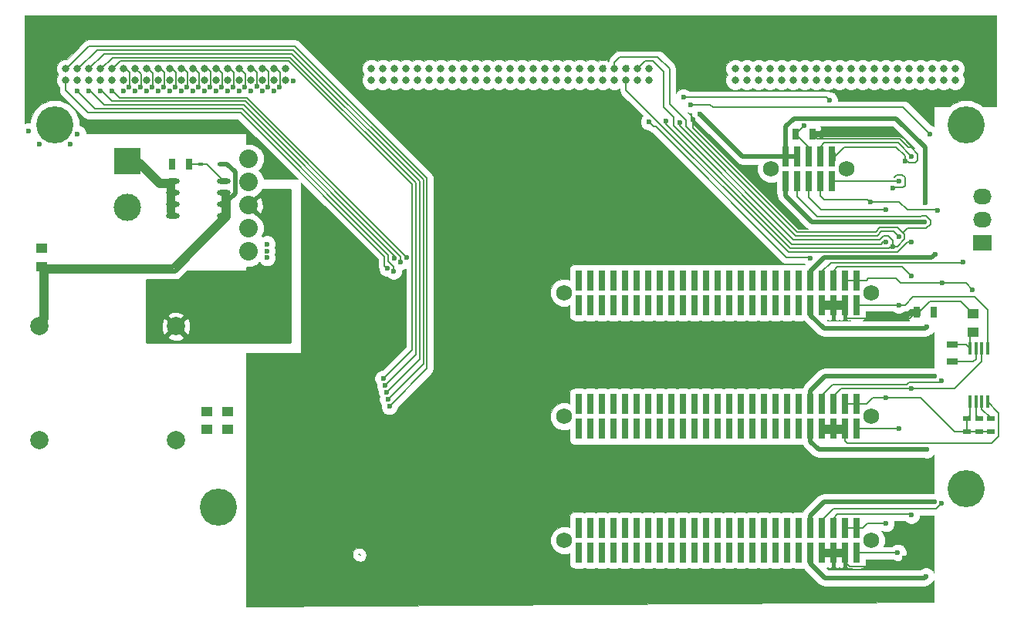
<source format=gtl>
G04 #@! TF.GenerationSoftware,KiCad,Pcbnew,5.1.9+dfsg1-1~bpo10+1*
G04 #@! TF.CreationDate,2021-11-09T02:57:50+00:00*
G04 #@! TF.ProjectId,dropbot-front-panel,64726f70-626f-4742-9d66-726f6e742d70,3.3*
G04 #@! TF.SameCoordinates,Original*
G04 #@! TF.FileFunction,Copper,L1,Top*
G04 #@! TF.FilePolarity,Positive*
%FSLAX46Y46*%
G04 Gerber Fmt 4.6, Leading zero omitted, Abs format (unit mm)*
G04 Created by KiCad (PCBNEW 5.1.9+dfsg1-1~bpo10+1) date 2021-11-09 02:57:50*
%MOMM*%
%LPD*%
G01*
G04 APERTURE LIST*
G04 #@! TA.AperFunction,ComponentPad*
%ADD10C,2.000000*%
G04 #@! TD*
G04 #@! TA.AperFunction,ComponentPad*
%ADD11R,2.032000X1.727200*%
G04 #@! TD*
G04 #@! TA.AperFunction,ComponentPad*
%ADD12O,2.032000X1.727200*%
G04 #@! TD*
G04 #@! TA.AperFunction,ComponentPad*
%ADD13R,3.000000X3.000000*%
G04 #@! TD*
G04 #@! TA.AperFunction,ComponentPad*
%ADD14C,3.000000*%
G04 #@! TD*
G04 #@! TA.AperFunction,SMDPad,CuDef*
%ADD15O,1.473200X0.609600*%
G04 #@! TD*
G04 #@! TA.AperFunction,SMDPad,CuDef*
%ADD16R,0.700000X1.300000*%
G04 #@! TD*
G04 #@! TA.AperFunction,SMDPad,CuDef*
%ADD17R,1.250000X1.000000*%
G04 #@! TD*
G04 #@! TA.AperFunction,ComponentPad*
%ADD18C,2.032000*%
G04 #@! TD*
G04 #@! TA.AperFunction,ComponentPad*
%ADD19C,4.064000*%
G04 #@! TD*
G04 #@! TA.AperFunction,SMDPad,CuDef*
%ADD20R,0.736600X2.219960*%
G04 #@! TD*
G04 #@! TA.AperFunction,ComponentPad*
%ADD21C,1.750000*%
G04 #@! TD*
G04 #@! TA.AperFunction,SMDPad,CuDef*
%ADD22R,0.600000X0.450000*%
G04 #@! TD*
G04 #@! TA.AperFunction,SMDPad,CuDef*
%ADD23R,1.300000X0.700000*%
G04 #@! TD*
G04 #@! TA.AperFunction,SMDPad,CuDef*
%ADD24R,0.450000X1.450000*%
G04 #@! TD*
G04 #@! TA.AperFunction,SMDPad,CuDef*
%ADD25R,0.900000X0.500000*%
G04 #@! TD*
G04 #@! TA.AperFunction,ComponentPad*
%ADD26C,0.814000*%
G04 #@! TD*
G04 #@! TA.AperFunction,ViaPad*
%ADD27C,0.600000*%
G04 #@! TD*
G04 #@! TA.AperFunction,Conductor*
%ADD28C,0.150000*%
G04 #@! TD*
G04 #@! TA.AperFunction,Conductor*
%ADD29C,0.500000*%
G04 #@! TD*
G04 #@! TA.AperFunction,Conductor*
%ADD30C,0.100000*%
G04 #@! TD*
G04 #@! TA.AperFunction,Conductor*
%ADD31C,0.254000*%
G04 #@! TD*
G04 APERTURE END LIST*
D10*
X63300000Y-78650000D03*
X63300000Y-66150000D03*
X48300000Y-78650000D03*
X48300000Y-66150000D03*
D11*
X151800000Y-57000000D03*
D12*
X151800000Y-54460000D03*
X151800000Y-51920000D03*
D13*
X58000000Y-48000000D03*
D14*
X58000000Y-53080000D03*
D15*
X68594000Y-54005000D03*
X68594000Y-52735000D03*
X68594000Y-51465000D03*
X68594000Y-50195000D03*
X63006000Y-50195000D03*
X63006000Y-51465000D03*
X63006000Y-52735000D03*
X63006000Y-54005000D03*
D16*
X144550000Y-64600000D03*
X146450000Y-64600000D03*
X133150000Y-45000000D03*
X131250000Y-45000000D03*
D17*
X48600000Y-59600000D03*
X48600000Y-57600000D03*
X66700000Y-75500000D03*
X66700000Y-77500000D03*
X69000000Y-75500000D03*
X69000000Y-77500000D03*
D18*
X71270000Y-57930000D03*
X71270000Y-55390000D03*
X71270000Y-52850000D03*
X71270000Y-50310000D03*
X71270000Y-47770000D03*
D19*
X50000000Y-44000000D03*
X150000000Y-44000000D03*
X150000000Y-84000000D03*
X68000000Y-86000000D03*
D20*
X108768400Y-77412980D03*
X108768400Y-74685020D03*
X117658400Y-77412980D03*
X117658400Y-74685020D03*
X116388400Y-77412980D03*
X116388400Y-74685020D03*
X115118400Y-77412980D03*
X115118400Y-74685020D03*
X113848400Y-77412980D03*
X113848400Y-74685020D03*
X126548400Y-74685020D03*
X126548400Y-77412980D03*
X127818400Y-74685020D03*
X127818400Y-77412980D03*
X129088400Y-74685020D03*
X129088400Y-77412980D03*
X130358400Y-74685020D03*
X130358400Y-77412980D03*
X131628400Y-74685020D03*
X131628400Y-77412980D03*
X107498400Y-74685020D03*
X107498400Y-77412980D03*
X110038400Y-74685020D03*
X110038400Y-77412980D03*
X111308400Y-74685020D03*
X111308400Y-77412980D03*
X112578400Y-74685020D03*
X112578400Y-77412980D03*
X118928400Y-74685020D03*
X118928400Y-77412980D03*
X137978400Y-77412980D03*
X137978400Y-74685020D03*
X136708400Y-77412980D03*
X136708400Y-74685020D03*
X135438400Y-77412980D03*
X135438400Y-74685020D03*
X134168400Y-77412980D03*
X134168400Y-74685020D03*
X132898400Y-77412980D03*
X132898400Y-74685020D03*
X125278400Y-77412980D03*
X125278400Y-74685020D03*
X124008400Y-77412980D03*
X124008400Y-74685020D03*
X122738400Y-77412980D03*
X122738400Y-74685020D03*
X121468400Y-77412980D03*
X121468400Y-74685020D03*
X120198400Y-77412980D03*
X120198400Y-74685020D03*
D21*
X105910900Y-76049000D03*
X139565900Y-76049000D03*
D20*
X108768400Y-91012980D03*
X108768400Y-88285020D03*
X117658400Y-91012980D03*
X117658400Y-88285020D03*
X116388400Y-91012980D03*
X116388400Y-88285020D03*
X115118400Y-91012980D03*
X115118400Y-88285020D03*
X113848400Y-91012980D03*
X113848400Y-88285020D03*
X126548400Y-88285020D03*
X126548400Y-91012980D03*
X127818400Y-88285020D03*
X127818400Y-91012980D03*
X129088400Y-88285020D03*
X129088400Y-91012980D03*
X130358400Y-88285020D03*
X130358400Y-91012980D03*
X131628400Y-88285020D03*
X131628400Y-91012980D03*
X107498400Y-88285020D03*
X107498400Y-91012980D03*
X110038400Y-88285020D03*
X110038400Y-91012980D03*
X111308400Y-88285020D03*
X111308400Y-91012980D03*
X112578400Y-88285020D03*
X112578400Y-91012980D03*
X118928400Y-88285020D03*
X118928400Y-91012980D03*
X137978400Y-91012980D03*
X137978400Y-88285020D03*
X136708400Y-91012980D03*
X136708400Y-88285020D03*
X135438400Y-91012980D03*
X135438400Y-88285020D03*
X134168400Y-91012980D03*
X134168400Y-88285020D03*
X132898400Y-91012980D03*
X132898400Y-88285020D03*
X125278400Y-91012980D03*
X125278400Y-88285020D03*
X124008400Y-91012980D03*
X124008400Y-88285020D03*
X122738400Y-91012980D03*
X122738400Y-88285020D03*
X121468400Y-91012980D03*
X121468400Y-88285020D03*
X120198400Y-91012980D03*
X120198400Y-88285020D03*
D21*
X105910900Y-89649000D03*
X139565900Y-89649000D03*
D22*
X68150000Y-48300000D03*
X66050000Y-48300000D03*
D16*
X64750000Y-48300000D03*
X62850000Y-48300000D03*
D23*
X148500000Y-68150000D03*
X148500000Y-70050000D03*
D24*
X150425000Y-74450000D03*
X151075000Y-74450000D03*
X151725000Y-74450000D03*
X152375000Y-74450000D03*
X152375000Y-68550000D03*
X151725000Y-68550000D03*
X151075000Y-68550000D03*
X150425000Y-68550000D03*
D25*
X150100000Y-77750000D03*
X150100000Y-76250000D03*
X151400000Y-77750000D03*
X151400000Y-76250000D03*
X152700000Y-77750000D03*
X152700000Y-76250000D03*
D21*
X136865900Y-48849500D03*
D20*
X130198400Y-47485520D03*
X130198400Y-50213480D03*
X131468400Y-47485520D03*
X131468400Y-50213480D03*
X135278400Y-50213480D03*
X135278400Y-47485520D03*
X134008400Y-50213480D03*
X134008400Y-47485520D03*
X132738400Y-50213480D03*
X132738400Y-47485520D03*
D21*
X128610900Y-48849500D03*
D17*
X150800000Y-66800000D03*
X150800000Y-64800000D03*
D20*
X108768400Y-63812980D03*
X108768400Y-61085020D03*
X117658400Y-63812980D03*
X117658400Y-61085020D03*
X116388400Y-63812980D03*
X116388400Y-61085020D03*
X115118400Y-63812980D03*
X115118400Y-61085020D03*
X113848400Y-63812980D03*
X113848400Y-61085020D03*
X126548400Y-61085020D03*
X126548400Y-63812980D03*
X127818400Y-61085020D03*
X127818400Y-63812980D03*
X129088400Y-61085020D03*
X129088400Y-63812980D03*
X130358400Y-61085020D03*
X130358400Y-63812980D03*
X131628400Y-61085020D03*
X131628400Y-63812980D03*
X107498400Y-61085020D03*
X107498400Y-63812980D03*
X110038400Y-61085020D03*
X110038400Y-63812980D03*
X111308400Y-61085020D03*
X111308400Y-63812980D03*
X112578400Y-61085020D03*
X112578400Y-63812980D03*
X118928400Y-61085020D03*
X118928400Y-63812980D03*
X137978400Y-63812980D03*
X137978400Y-61085020D03*
X136708400Y-63812980D03*
X136708400Y-61085020D03*
X135438400Y-63812980D03*
X135438400Y-61085020D03*
X134168400Y-63812980D03*
X134168400Y-61085020D03*
X132898400Y-63812980D03*
X132898400Y-61085020D03*
X125278400Y-63812980D03*
X125278400Y-61085020D03*
X124008400Y-63812980D03*
X124008400Y-61085020D03*
X122738400Y-63812980D03*
X122738400Y-61085020D03*
X121468400Y-63812980D03*
X121468400Y-61085020D03*
X120198400Y-63812980D03*
X120198400Y-61085020D03*
D21*
X105910900Y-62449000D03*
X139565900Y-62449000D03*
D26*
X125933400Y-39131800D03*
X124663400Y-39131800D03*
X124663400Y-37861800D03*
X125933400Y-37861800D03*
X129743400Y-37861800D03*
X131013400Y-37861800D03*
X128473400Y-37861800D03*
X127203400Y-37861800D03*
X127203400Y-39131800D03*
X128473400Y-39131800D03*
X131013400Y-39131800D03*
X129743400Y-39131800D03*
X143713400Y-37861800D03*
X144983400Y-37861800D03*
X147523400Y-37861800D03*
X146253400Y-37861800D03*
X146253400Y-39131800D03*
X147523400Y-39131800D03*
X144983400Y-39131800D03*
X143713400Y-39131800D03*
X148793400Y-39131800D03*
X148793400Y-37861800D03*
X142443400Y-37861800D03*
X142443400Y-39131800D03*
X134823400Y-39131800D03*
X136093400Y-39131800D03*
X133553400Y-39131800D03*
X132283400Y-39131800D03*
X137363400Y-39131800D03*
X138633400Y-39131800D03*
X141173400Y-39131800D03*
X139903400Y-39131800D03*
X139903400Y-37861800D03*
X141173400Y-37861800D03*
X138633400Y-37861800D03*
X137363400Y-37861800D03*
X132283400Y-37861800D03*
X133553400Y-37861800D03*
X136093400Y-37861800D03*
X134823400Y-37861800D03*
X89840000Y-39131800D03*
X88570000Y-39131800D03*
X87300000Y-39131800D03*
X87300000Y-37861800D03*
X88570000Y-37861800D03*
X89840000Y-37861800D03*
X86030000Y-37861800D03*
X84760000Y-37861800D03*
X84760000Y-39131800D03*
X86030000Y-39131800D03*
X92380000Y-39131800D03*
X91110000Y-39131800D03*
X91110000Y-37861800D03*
X92380000Y-37861800D03*
X96190000Y-37861800D03*
X97460000Y-37861800D03*
X94920000Y-37861800D03*
X93650000Y-37861800D03*
X93650000Y-39131800D03*
X94920000Y-39131800D03*
X97460000Y-39131800D03*
X96190000Y-39131800D03*
X110160000Y-37861800D03*
X111430000Y-37861800D03*
X113970000Y-37861800D03*
X112700000Y-37861800D03*
X112700000Y-39131800D03*
X113970000Y-39131800D03*
X111430000Y-39131800D03*
X110160000Y-39131800D03*
X115240000Y-39131800D03*
X115240000Y-37861800D03*
X108890000Y-37861800D03*
X108890000Y-39131800D03*
X101270000Y-39131800D03*
X102540000Y-39131800D03*
X100000000Y-39131800D03*
X98730000Y-39131800D03*
X103810000Y-39131800D03*
X105080000Y-39131800D03*
X107620000Y-39131800D03*
X106350000Y-39131800D03*
X106350000Y-37861800D03*
X107620000Y-37861800D03*
X105080000Y-37861800D03*
X103810000Y-37861800D03*
X98730000Y-37861800D03*
X100000000Y-37861800D03*
X102540000Y-37861800D03*
X101270000Y-37861800D03*
X52476600Y-39131800D03*
X51206600Y-39131800D03*
X51206600Y-37861800D03*
X52476600Y-37861800D03*
X56286600Y-37861800D03*
X57556600Y-37861800D03*
X55016600Y-37861800D03*
X53746600Y-37861800D03*
X53746600Y-39131800D03*
X55016600Y-39131800D03*
X57556600Y-39131800D03*
X56286600Y-39131800D03*
X70256600Y-37861800D03*
X71526600Y-37861800D03*
X74066600Y-37861800D03*
X72796600Y-37861800D03*
X72796600Y-39131800D03*
X74066600Y-39131800D03*
X71526600Y-39131800D03*
X70256600Y-39131800D03*
X75336600Y-39131800D03*
X75336600Y-37861800D03*
X68986600Y-37861800D03*
X68986600Y-39131800D03*
X61366600Y-39131800D03*
X62636600Y-39131800D03*
X60096600Y-39131800D03*
X58826600Y-39131800D03*
X63906600Y-39131800D03*
X65176600Y-39131800D03*
X67716600Y-39131800D03*
X66446600Y-39131800D03*
X66446600Y-37861800D03*
X67716600Y-37861800D03*
X65176600Y-37861800D03*
X63906600Y-37861800D03*
X58826600Y-37861800D03*
X60096600Y-37861800D03*
X62636600Y-37861800D03*
X61366600Y-37861800D03*
D27*
X132940000Y-58660000D03*
X115200000Y-43690000D03*
X144000000Y-56900000D03*
X144010000Y-47490000D03*
X144000000Y-73000000D03*
X144000000Y-86900000D03*
X144000000Y-60600000D03*
X110744000Y-36576000D03*
X66700000Y-75500000D03*
X136708400Y-77412980D03*
X143300000Y-48000000D03*
X136708400Y-63812980D03*
X135438400Y-63812980D03*
X134168400Y-63812980D03*
X141950000Y-50930000D03*
X117050000Y-43590000D03*
X118570000Y-43790000D03*
X141950000Y-57370000D03*
X143200000Y-91600000D03*
X120060000Y-43410000D03*
X120800000Y-42800000D03*
X69000000Y-75500000D03*
X145500000Y-52600000D03*
X142610000Y-56320000D03*
X142610000Y-50210000D03*
X142600000Y-77400000D03*
X142600000Y-63800000D03*
X142500000Y-91000000D03*
X119800000Y-41800000D03*
X146000000Y-45000000D03*
X150800000Y-66800000D03*
X150700000Y-62100000D03*
X141180000Y-74020000D03*
X141210000Y-87800000D03*
X139500000Y-52500000D03*
X146890000Y-53380000D03*
X147400000Y-61400000D03*
X73300000Y-57900000D03*
X73300000Y-58600000D03*
X73300000Y-57100000D03*
X141200000Y-53300000D03*
X141210000Y-56910000D03*
X72771000Y-40322500D03*
X129088400Y-88285020D03*
X74041000Y-40322500D03*
X130358400Y-88285020D03*
X76136500Y-39179500D03*
X131630000Y-88320000D03*
X118928400Y-88285020D03*
X62611000Y-40322500D03*
X120198400Y-88285020D03*
X63881000Y-40322500D03*
X122738400Y-88285020D03*
X66421000Y-40322500D03*
X121468400Y-88285020D03*
X65151000Y-40322500D03*
X126548400Y-88285020D03*
X70231000Y-40322500D03*
X127818400Y-88285020D03*
X71501000Y-40322500D03*
X125278400Y-88285020D03*
X68961000Y-40322500D03*
X124008400Y-88285020D03*
X67691000Y-40322500D03*
X57531000Y-40322500D03*
X113848400Y-88285020D03*
X115118400Y-88285020D03*
X58801000Y-40322500D03*
X117658400Y-88285020D03*
X61341000Y-40322500D03*
X60071000Y-40322500D03*
X116388400Y-88285020D03*
X111308400Y-88285020D03*
X87947500Y-59055000D03*
X54991000Y-40322500D03*
X112578400Y-88285020D03*
X56261000Y-40322500D03*
X88582500Y-58547000D03*
X87249000Y-58674000D03*
X53721000Y-40322500D03*
X110038400Y-88285020D03*
X146450000Y-64600000D03*
X146600000Y-58200000D03*
X146500000Y-71600000D03*
X146500000Y-85400000D03*
X72160000Y-39790000D03*
X127818400Y-91012980D03*
X129088400Y-91012980D03*
X73406000Y-39878000D03*
X131630000Y-90950000D03*
X74676000Y-39878000D03*
X130358400Y-91012980D03*
X117658400Y-91012980D03*
X61976000Y-39878000D03*
X118928400Y-91012980D03*
X63246000Y-39878000D03*
X121468400Y-91012980D03*
X65786000Y-39878000D03*
X120198400Y-91012980D03*
X64516000Y-39878000D03*
X110038400Y-91012980D03*
X86423500Y-73406000D03*
X86233000Y-72644000D03*
X111308400Y-91012980D03*
X108768400Y-91012980D03*
X86550500Y-74168000D03*
X107498400Y-91012980D03*
X86741000Y-74930000D03*
X86042500Y-71882000D03*
X112578400Y-91012980D03*
X113848400Y-91012980D03*
X58166000Y-39878000D03*
X116388400Y-91012980D03*
X60706000Y-39878000D03*
X115118400Y-91012980D03*
X59436000Y-39878000D03*
X107498400Y-88285020D03*
X86487000Y-59753500D03*
X52451000Y-40322500D03*
X108768400Y-88285020D03*
X87185500Y-60071000D03*
X122738400Y-91012980D03*
X67056000Y-39878000D03*
X124008400Y-91012980D03*
X68326000Y-39878000D03*
X126548400Y-91012980D03*
X70866000Y-39878000D03*
X125278400Y-91012980D03*
X69596000Y-39878000D03*
X125278400Y-74685020D03*
X126548400Y-74685020D03*
X129088400Y-74685020D03*
X127818400Y-74685020D03*
X131628400Y-74685020D03*
X130358400Y-74685020D03*
X125278400Y-77412980D03*
X126548400Y-77412980D03*
X129088400Y-77412980D03*
X127818400Y-77412980D03*
X131628400Y-77412980D03*
X130358400Y-77412980D03*
X120198400Y-77412980D03*
X121468400Y-77412980D03*
X124008400Y-77412980D03*
X122738400Y-77412980D03*
X120198400Y-74685020D03*
X121468400Y-74685020D03*
X124008400Y-74685020D03*
X122738400Y-74685020D03*
X117658400Y-74685020D03*
X118928400Y-74685020D03*
X110038400Y-74685020D03*
X111308400Y-74685020D03*
X108768400Y-74685020D03*
X112578400Y-74685020D03*
X113848400Y-74685020D03*
X116388400Y-74685020D03*
X115118400Y-74685020D03*
X117658400Y-77412980D03*
X118928400Y-77412980D03*
X110038400Y-77412980D03*
X111308400Y-77412980D03*
X108768400Y-77412980D03*
X107498400Y-77412980D03*
X112578400Y-77412980D03*
X113848400Y-77412980D03*
X116388400Y-77412980D03*
X115118400Y-77412980D03*
X107498400Y-74685020D03*
X125278400Y-61085020D03*
X126548400Y-61085020D03*
X129088400Y-61085020D03*
X127818400Y-61085020D03*
X131628400Y-61085020D03*
X130358400Y-61085020D03*
X125278400Y-63812980D03*
X126548400Y-63812980D03*
X129088400Y-63812980D03*
X127818400Y-63812980D03*
X131628400Y-63812980D03*
X130358400Y-63812980D03*
X120198400Y-63812980D03*
X121468400Y-63812980D03*
X124008400Y-63812980D03*
X122738400Y-63812980D03*
X120198400Y-61085020D03*
X121468400Y-61085020D03*
X124008400Y-61085020D03*
X122738400Y-61085020D03*
X117658400Y-61085020D03*
X118928400Y-61085020D03*
X110038400Y-61085020D03*
X111308400Y-61085020D03*
X108768400Y-61085020D03*
X112578400Y-61085020D03*
X113848400Y-61085020D03*
X116388400Y-61085020D03*
X115118400Y-61085020D03*
X117658400Y-63812980D03*
X118928400Y-63812980D03*
X110038400Y-63812980D03*
X111308400Y-63812980D03*
X108768400Y-63812980D03*
X107498400Y-63812980D03*
X112578400Y-63812980D03*
X113848400Y-63812980D03*
X116388400Y-63812980D03*
X115118400Y-63812980D03*
X107498400Y-61085020D03*
X135000000Y-41300000D03*
X119000000Y-41000000D03*
X132200000Y-44100000D03*
X147300000Y-85600000D03*
X147300000Y-72100000D03*
X149700000Y-59100000D03*
X145400000Y-54700000D03*
X145700000Y-79700000D03*
X145700000Y-66200000D03*
X145600000Y-93600000D03*
X62850000Y-48300000D03*
X69000000Y-77500000D03*
X66700000Y-77500000D03*
X48600000Y-57600000D03*
X48300000Y-46100000D03*
X51700000Y-46100000D03*
X52500000Y-45000000D03*
X47100000Y-44700000D03*
D28*
X83400000Y-91200000D02*
X83500000Y-91300000D01*
X130290000Y-58560000D02*
X132840000Y-58560000D01*
X132940000Y-58660000D02*
X132840000Y-58560000D01*
X115200000Y-43690000D02*
X115733199Y-44223199D01*
X115733199Y-44223199D02*
X115953199Y-44223199D01*
X115953199Y-44223199D02*
X130290000Y-58560000D01*
X112700000Y-39131800D02*
X112700000Y-40200000D01*
X143559994Y-56900000D02*
X144000000Y-56900000D01*
X130499994Y-57999994D02*
X112700000Y-40200000D01*
X142460000Y-57999994D02*
X130499994Y-57999994D01*
X143559994Y-56900000D02*
X142460000Y-57999994D01*
X144000000Y-73000000D02*
X148700000Y-73000000D01*
X151725000Y-69975000D02*
X151725000Y-68550000D01*
X148700000Y-73000000D02*
X151725000Y-69975000D01*
X144010000Y-47490000D02*
X142520000Y-46000000D01*
X142520000Y-46000000D02*
X134460000Y-46000000D01*
X134460000Y-46000000D02*
X134008400Y-46451600D01*
X134008400Y-46451600D02*
X134008400Y-47485520D01*
X135438400Y-74685020D02*
X135438400Y-73861600D01*
X135438400Y-73861600D02*
X136300000Y-73000000D01*
X136300000Y-73000000D02*
X144000000Y-73000000D01*
X135900000Y-86800000D02*
X143900000Y-86800000D01*
X143900000Y-86800000D02*
X144000000Y-86900000D01*
X135438400Y-87261600D02*
X135900000Y-86800000D01*
X135900000Y-59600000D02*
X135438400Y-60061600D01*
X143000000Y-59600000D02*
X135900000Y-59600000D01*
X144000000Y-60600000D02*
X143000000Y-59600000D01*
X135438400Y-60061600D02*
X135438400Y-61085020D01*
X135438400Y-88285020D02*
X135438400Y-87261600D01*
X135438400Y-74685020D02*
X135438400Y-73761600D01*
X135438400Y-88285020D02*
X135438400Y-87361600D01*
X135438400Y-60161600D02*
X135438400Y-61085020D01*
X144550000Y-64600000D02*
X144800000Y-64600000D01*
X144800000Y-64600000D02*
X146000000Y-63400000D01*
X149400000Y-63400000D02*
X150800000Y-64800000D01*
X146000000Y-63400000D02*
X149400000Y-63400000D01*
X136708400Y-77412980D02*
X136708400Y-78733398D01*
X153600000Y-75675000D02*
X152375000Y-74450000D01*
X153600000Y-78200000D02*
X153600000Y-75675000D01*
X152800000Y-79000000D02*
X153600000Y-78200000D01*
X136975002Y-79000000D02*
X152800000Y-79000000D01*
X136708400Y-78733398D02*
X136975002Y-79000000D01*
X135438400Y-77412980D02*
X136708400Y-77412980D01*
X134168400Y-77412980D02*
X135438400Y-77412980D01*
X143241795Y-56051795D02*
X143241795Y-56581801D01*
X143095000Y-55905000D02*
X143241795Y-56051795D01*
X135278400Y-47485520D02*
X135614480Y-47485520D01*
X135614480Y-47485520D02*
X136649998Y-46450002D01*
X143300000Y-47416398D02*
X143300000Y-48000000D01*
X142333604Y-46450002D02*
X143300000Y-47416398D01*
X136649998Y-46450002D02*
X142333604Y-46450002D01*
X135278400Y-47485520D02*
X135278400Y-47578400D01*
X135278400Y-47485520D02*
X135278400Y-47471602D01*
X143300000Y-48000000D02*
X143500000Y-48000000D01*
X133699998Y-45549998D02*
X133150000Y-45000000D01*
X142706396Y-45549998D02*
X133699998Y-45549998D01*
X143628199Y-46471801D02*
X142706396Y-45549998D01*
X143971801Y-46471801D02*
X143628199Y-46471801D01*
X144700000Y-47200000D02*
X143971801Y-46471801D01*
X144700000Y-47900000D02*
X144700000Y-47200000D01*
X144400000Y-48200000D02*
X144700000Y-47900000D01*
X143700000Y-48200000D02*
X144400000Y-48200000D01*
X143500000Y-48000000D02*
X143700000Y-48200000D01*
X136708400Y-63812980D02*
X136708400Y-65208400D01*
X143850000Y-65300000D02*
X144550000Y-64600000D01*
X136800000Y-65300000D02*
X143850000Y-65300000D01*
X136708400Y-65208400D02*
X136800000Y-65300000D01*
X135438400Y-63812980D02*
X134168400Y-63812980D01*
X136708400Y-63812980D02*
X135438400Y-63812980D01*
X141980000Y-50900000D02*
X141950000Y-50930000D01*
X143100000Y-50900000D02*
X141980000Y-50900000D01*
X143300000Y-50700000D02*
X143100000Y-50900000D01*
X143300000Y-49800000D02*
X143300000Y-50700000D01*
X143000000Y-49500000D02*
X143300000Y-49800000D01*
X142400000Y-49500000D02*
X143000000Y-49500000D01*
X142136522Y-49763478D02*
X142400000Y-49500000D01*
X131468400Y-50213480D02*
X131468400Y-51868400D01*
X143600000Y-55400000D02*
X143095000Y-55905000D01*
X145600000Y-55400000D02*
X143600000Y-55400000D01*
X146100000Y-54900000D02*
X145600000Y-55400000D01*
X146100000Y-54500000D02*
X146100000Y-54900000D01*
X145600000Y-54000000D02*
X146100000Y-54500000D01*
X145100000Y-54000000D02*
X145600000Y-54000000D01*
X145000000Y-54100000D02*
X145100000Y-54000000D01*
X133700000Y-54100000D02*
X145000000Y-54100000D01*
X131468400Y-51868400D02*
X133700000Y-54100000D01*
X140543606Y-55289996D02*
X142479996Y-55289996D01*
X142479996Y-55289996D02*
X143095000Y-55905000D01*
X141709992Y-57370000D02*
X141950000Y-57370000D01*
X141709992Y-57370000D02*
X141530000Y-57549992D01*
X141530000Y-57549992D02*
X130686390Y-57549992D01*
X130686390Y-57549992D02*
X117050000Y-43913602D01*
X117050000Y-43913602D02*
X117050000Y-43590000D01*
X141950000Y-56720000D02*
X141950000Y-57370000D01*
X141950000Y-56720000D02*
X141450000Y-56220000D01*
X141450000Y-56220000D02*
X140943592Y-56220000D01*
X140943592Y-56220000D02*
X140513604Y-56649988D01*
X140513604Y-56649988D02*
X131076386Y-56649988D01*
X131076386Y-56649988D02*
X118570000Y-44143602D01*
X118570000Y-44143602D02*
X118570000Y-43790000D01*
X143241795Y-56581801D02*
X142453596Y-57370000D01*
X142453596Y-57370000D02*
X141950000Y-57370000D01*
X136708400Y-91012980D02*
X136708400Y-92008400D01*
X136708400Y-92008400D02*
X137200000Y-92500000D01*
X137200000Y-92500000D02*
X142300000Y-92500000D01*
X142300000Y-92500000D02*
X143200000Y-91600000D01*
X135438400Y-91012980D02*
X136708400Y-91012980D01*
X134168400Y-91012980D02*
X135438400Y-91012980D01*
X131445987Y-55746793D02*
X140086809Y-55746793D01*
X140086809Y-55746793D02*
X140543606Y-55289996D01*
X120060000Y-43410000D02*
X120060000Y-44360806D01*
X131445987Y-55746793D02*
X120060000Y-44360806D01*
D29*
X125485520Y-47485520D02*
X130198400Y-47485520D01*
X125485520Y-47485520D02*
X120800000Y-42800000D01*
X130198400Y-47485520D02*
X130198400Y-44201600D01*
X145500000Y-46500000D02*
X145500000Y-52600000D01*
X142300000Y-43300000D02*
X145500000Y-46500000D01*
X131100000Y-43300000D02*
X142300000Y-43300000D01*
X130198400Y-44201600D02*
X131100000Y-43300000D01*
X131468400Y-47485520D02*
X130198400Y-47485520D01*
D28*
X111430000Y-37861800D02*
X111430000Y-37160000D01*
X119240000Y-43500000D02*
X117450002Y-41710002D01*
X117450002Y-37850002D02*
X117450002Y-41710002D01*
X119240000Y-44177204D02*
X119240000Y-43500000D01*
X131259591Y-56196795D02*
X119240000Y-44177204D01*
X131259591Y-56196795D02*
X131940000Y-56196795D01*
X116176000Y-36576000D02*
X117450002Y-37850002D01*
X112014000Y-36576000D02*
X116176000Y-36576000D01*
X111430000Y-37160000D02*
X112014000Y-36576000D01*
X142600000Y-63800000D02*
X143300000Y-63800000D01*
X152375000Y-64375000D02*
X152375000Y-68550000D01*
X150900000Y-62900000D02*
X152375000Y-64375000D01*
X144200000Y-62900000D02*
X150900000Y-62900000D01*
X143300000Y-63800000D02*
X144200000Y-62900000D01*
X140293605Y-56176395D02*
X140730002Y-55739998D01*
X140730002Y-55739998D02*
X142029998Y-55739998D01*
X140293605Y-56196795D02*
X131940000Y-56196795D01*
X131940000Y-56196795D02*
X131936795Y-56196795D01*
X140293605Y-56196795D02*
X140293605Y-56176395D01*
X142029998Y-55739998D02*
X142610000Y-56320000D01*
X142606520Y-50213480D02*
X135278400Y-50213480D01*
X142610000Y-50210000D02*
X142606520Y-50213480D01*
X137978400Y-77412980D02*
X142587020Y-77412980D01*
X142587020Y-77412980D02*
X142600000Y-77400000D01*
X142587020Y-63812980D02*
X142600000Y-63800000D01*
X137978400Y-63812980D02*
X142587020Y-63812980D01*
X142487020Y-91012980D02*
X137978400Y-91012980D01*
X142500000Y-91000000D02*
X142487020Y-91012980D01*
X121900000Y-41800000D02*
X119800000Y-41800000D01*
X122200000Y-42100000D02*
X121900000Y-41800000D01*
X143100000Y-42100000D02*
X122200000Y-42100000D01*
X146000000Y-45000000D02*
X143100000Y-42100000D01*
X150100000Y-77750000D02*
X150100000Y-76250000D01*
X147400000Y-61400000D02*
X150000000Y-61400000D01*
X150800000Y-66800000D02*
X150425000Y-67175000D01*
X150000000Y-61400000D02*
X150700000Y-62100000D01*
X141180000Y-74020000D02*
X145020000Y-74020000D01*
X139074980Y-74685020D02*
X139740000Y-74020000D01*
X139740000Y-74020000D02*
X141180000Y-74020000D01*
X137978400Y-74685020D02*
X139074980Y-74685020D01*
X148750000Y-77750000D02*
X150100000Y-77750000D01*
X145020000Y-74020000D02*
X148750000Y-77750000D01*
X150425000Y-68550000D02*
X150425000Y-67175000D01*
X151400000Y-77750000D02*
X152700000Y-77750000D01*
X150100000Y-77750000D02*
X151400000Y-77750000D01*
X148500000Y-68150000D02*
X150025000Y-68150000D01*
X150025000Y-68150000D02*
X150425000Y-68550000D01*
X137978400Y-88285020D02*
X138654980Y-88285020D01*
X139140000Y-87800000D02*
X141210000Y-87800000D01*
X138654980Y-88285020D02*
X139140000Y-87800000D01*
X139500000Y-52500000D02*
X142675002Y-52500000D01*
X134008400Y-51808400D02*
X134400000Y-52200000D01*
X134400000Y-52200000D02*
X139200000Y-52200000D01*
X139200000Y-52200000D02*
X139500000Y-52500000D01*
X134008400Y-50213480D02*
X134008400Y-51808400D01*
X146880000Y-53370000D02*
X146890000Y-53380000D01*
X143545002Y-53370000D02*
X146880000Y-53370000D01*
X142675002Y-52500000D02*
X143545002Y-53370000D01*
X137978400Y-61085020D02*
X139074980Y-61085020D01*
X142800000Y-61400000D02*
X147400000Y-61400000D01*
X142290000Y-60890000D02*
X142800000Y-61400000D01*
X139270000Y-60890000D02*
X142290000Y-60890000D01*
X139074980Y-61085020D02*
X139270000Y-60890000D01*
X136708400Y-61085020D02*
X137978400Y-61085020D01*
X136708400Y-74685020D02*
X137978400Y-74685020D01*
X136708400Y-88285020D02*
X137978400Y-88285020D01*
X150425000Y-74450000D02*
X150425000Y-75925000D01*
X150425000Y-75925000D02*
X150100000Y-76250000D01*
X116800000Y-42100000D02*
X116800000Y-38187000D01*
X116800000Y-42100000D02*
X117900000Y-43200000D01*
X117900000Y-44120000D02*
X117900000Y-43200000D01*
X114811300Y-37020500D02*
X113970000Y-37861800D01*
X115633500Y-37020500D02*
X114811300Y-37020500D01*
X116800000Y-38187000D02*
X115633500Y-37020500D01*
X141210000Y-56910000D02*
X140889990Y-56910000D01*
X132738400Y-50213480D02*
X132738400Y-51938400D01*
X134100000Y-53300000D02*
X141200000Y-53300000D01*
X132738400Y-51938400D02*
X134100000Y-53300000D01*
X140700000Y-57099990D02*
X130889990Y-57099990D01*
X140889990Y-56910000D02*
X140700000Y-57099990D01*
X117910000Y-44120000D02*
X117900000Y-44120000D01*
X117900000Y-44120000D02*
X117901398Y-44120000D01*
X130889990Y-57099990D02*
X117910000Y-44120000D01*
X117901398Y-44120000D02*
X117901398Y-44128602D01*
X131630000Y-88320000D02*
X131628400Y-88318400D01*
X131628400Y-88318400D02*
X131628400Y-88285020D01*
X55181500Y-40322500D02*
X56290002Y-41431002D01*
X56290002Y-41431002D02*
X70886672Y-41431002D01*
X70886672Y-41431002D02*
X87947500Y-58491830D01*
X87947500Y-58491830D02*
X87947500Y-59055000D01*
X54991000Y-40322500D02*
X55181500Y-40322500D01*
X56261000Y-40322500D02*
X56388000Y-40322500D01*
X56388000Y-40322500D02*
X57086500Y-41021000D01*
X57086500Y-41021000D02*
X71056500Y-41021000D01*
X71056500Y-41021000D02*
X88582500Y-58547000D01*
X53911500Y-40322500D02*
X55430004Y-41841004D01*
X55430004Y-41841004D02*
X70716844Y-41841004D01*
X70716844Y-41841004D02*
X87249000Y-58373160D01*
X87249000Y-58373160D02*
X87249000Y-58674000D01*
X53721000Y-40322500D02*
X53911500Y-40322500D01*
D29*
X132898400Y-61085020D02*
X132898400Y-60071600D01*
X132898400Y-60071600D02*
X134395004Y-58574996D01*
X134395004Y-58574996D02*
X146225004Y-58574996D01*
X146225004Y-58574996D02*
X146600000Y-58200000D01*
X132898400Y-74685020D02*
X132898400Y-73201600D01*
X132898400Y-73201600D02*
X134500000Y-71600000D01*
X134500000Y-71600000D02*
X146500000Y-71600000D01*
X132898400Y-88285020D02*
X132898400Y-86901600D01*
X132898400Y-86901600D02*
X134400000Y-85400000D01*
X134400000Y-85400000D02*
X146500000Y-85400000D01*
D28*
X71526600Y-37861800D02*
X71761800Y-37861800D01*
X71761800Y-37861800D02*
X72160000Y-38260000D01*
X72160000Y-38260000D02*
X72160000Y-39790000D01*
X71526600Y-37861800D02*
X71526600Y-37871600D01*
X72796600Y-37861800D02*
X73121800Y-37861800D01*
X73121800Y-37861800D02*
X73430000Y-38170000D01*
X73430000Y-38170000D02*
X73430000Y-39854000D01*
X73430000Y-39854000D02*
X73406000Y-39878000D01*
X131628400Y-90951600D02*
X131630000Y-90950000D01*
X131628400Y-90951600D02*
X131628400Y-91012980D01*
X74066600Y-37861800D02*
X74311800Y-37861800D01*
X74311800Y-37861800D02*
X74700000Y-38250000D01*
X74700000Y-38250000D02*
X74700000Y-39854000D01*
X74700000Y-39854000D02*
X74676000Y-39878000D01*
X61366600Y-37861800D02*
X61591800Y-37861800D01*
X61591800Y-37861800D02*
X62000000Y-38270000D01*
X62000000Y-38270000D02*
X62000000Y-39854000D01*
X62000000Y-39854000D02*
X61976000Y-39878000D01*
X62636600Y-37861800D02*
X62851800Y-37861800D01*
X62851800Y-37861800D02*
X63270000Y-38280000D01*
X63270000Y-38280000D02*
X63270000Y-39854000D01*
X63270000Y-39854000D02*
X63246000Y-39878000D01*
X65176600Y-37861800D02*
X65361800Y-37861800D01*
X65361800Y-37861800D02*
X65810000Y-38310000D01*
X65810000Y-38310000D02*
X65810000Y-39854000D01*
X65810000Y-39854000D02*
X65786000Y-39878000D01*
X63906600Y-37861800D02*
X64141800Y-37861800D01*
X64141800Y-37861800D02*
X64540000Y-38260000D01*
X64540000Y-38260000D02*
X64540000Y-39854000D01*
X64540000Y-39854000D02*
X64516000Y-39878000D01*
X55430004Y-36200496D02*
X76031656Y-36200496D01*
X76031656Y-36200496D02*
X90037504Y-50206344D01*
X90037504Y-50206344D02*
X90037504Y-69791996D01*
X90037504Y-69791996D02*
X86423500Y-73406000D01*
X55430004Y-36200496D02*
X53768700Y-37861800D01*
X53746600Y-37861800D02*
X53768700Y-37861800D01*
X53746600Y-37861800D02*
X53746600Y-37871600D01*
X55102200Y-37861800D02*
X56353502Y-36610498D01*
X89627502Y-69249498D02*
X86233000Y-72644000D01*
X89627502Y-50376172D02*
X89627502Y-69249498D01*
X75861828Y-36610498D02*
X89627502Y-50376172D01*
X56353502Y-36610498D02*
X75861828Y-36610498D01*
X55016600Y-37861800D02*
X55102200Y-37861800D01*
X55016600Y-37861800D02*
X55016600Y-37871600D01*
X54633506Y-35790494D02*
X76201484Y-35790494D01*
X76201484Y-35790494D02*
X90447506Y-50036516D01*
X90447506Y-50036516D02*
X90447506Y-70270994D01*
X90447506Y-70270994D02*
X86550500Y-74168000D01*
X54633506Y-35790494D02*
X52562200Y-37861800D01*
X52476600Y-37861800D02*
X52562200Y-37861800D01*
X52476600Y-37861800D02*
X52476600Y-37871600D01*
X53773508Y-35380492D02*
X76371312Y-35380492D01*
X76371312Y-35380492D02*
X90857508Y-49866688D01*
X90857508Y-49866688D02*
X90857508Y-70813492D01*
X90857508Y-70813492D02*
X86741000Y-74930000D01*
X53773508Y-35380492D02*
X51292200Y-37861800D01*
X51206600Y-37861800D02*
X51292200Y-37861800D01*
X51206600Y-37861800D02*
X51260300Y-37861800D01*
X56286600Y-37861800D02*
X56372200Y-37861800D01*
X56372200Y-37861800D02*
X57213500Y-37020500D01*
X89217500Y-68707000D02*
X86042500Y-71882000D01*
X89217500Y-50546000D02*
X89217500Y-68707000D01*
X75692000Y-37020500D02*
X89217500Y-50546000D01*
X57213500Y-37020500D02*
X75692000Y-37020500D01*
X56286600Y-37861800D02*
X56286600Y-37871600D01*
X57556600Y-37861800D02*
X57771800Y-37861800D01*
X57771800Y-37861800D02*
X58190000Y-38280000D01*
X58190000Y-38280000D02*
X58190000Y-39854000D01*
X58190000Y-39854000D02*
X58166000Y-39878000D01*
X60096600Y-37861800D02*
X60241800Y-37861800D01*
X60241800Y-37861800D02*
X60730000Y-38350000D01*
X60730000Y-38350000D02*
X60730000Y-39854000D01*
X60730000Y-39854000D02*
X60706000Y-39878000D01*
X58826600Y-37861800D02*
X58851800Y-37861800D01*
X58851800Y-37861800D02*
X59460000Y-38470000D01*
X59460000Y-38470000D02*
X59460000Y-39854000D01*
X59460000Y-39854000D02*
X59436000Y-39878000D01*
X51206600Y-40221100D02*
X53646508Y-42661008D01*
X53646508Y-42661008D02*
X70377188Y-42661008D01*
X70377188Y-42661008D02*
X86203998Y-58487818D01*
X86203998Y-58487818D02*
X86203998Y-59470498D01*
X86203998Y-59470498D02*
X86487000Y-59753500D01*
X51206600Y-40221100D02*
X51206600Y-39131800D01*
X87185500Y-60071000D02*
X87185500Y-59563000D01*
X54379506Y-42251006D02*
X52451000Y-40322500D01*
X70547016Y-42251006D02*
X54379506Y-42251006D01*
X86614000Y-58317990D02*
X70547016Y-42251006D01*
X86614000Y-58991500D02*
X86614000Y-58317990D01*
X87185500Y-59563000D02*
X86614000Y-58991500D01*
X66446600Y-37861800D02*
X66751800Y-37861800D01*
X66751800Y-37861800D02*
X67080000Y-38190000D01*
X67080000Y-38190000D02*
X67080000Y-39854000D01*
X67080000Y-39854000D02*
X67056000Y-39878000D01*
X67716600Y-37861800D02*
X67881800Y-37861800D01*
X67881800Y-37861800D02*
X68350000Y-38330000D01*
X68350000Y-38330000D02*
X68350000Y-39854000D01*
X68350000Y-39854000D02*
X68326000Y-39878000D01*
X70256600Y-37861800D02*
X70291800Y-37861800D01*
X70291800Y-37861800D02*
X70890000Y-38460000D01*
X70890000Y-38460000D02*
X70890000Y-39854000D01*
X70890000Y-39854000D02*
X70866000Y-39878000D01*
X68986600Y-37861800D02*
X69191800Y-37861800D01*
X69191800Y-37861800D02*
X69620000Y-38290000D01*
X69620000Y-38290000D02*
X69620000Y-39854000D01*
X69620000Y-39854000D02*
X69596000Y-39878000D01*
X129088400Y-63791600D02*
X129088400Y-63812980D01*
X122738400Y-63811600D02*
X122738400Y-63812980D01*
X135000000Y-41300000D02*
X134700000Y-41000000D01*
X119000000Y-41000000D02*
X134700000Y-41000000D01*
X132738400Y-47485520D02*
X132738400Y-46488400D01*
X132738400Y-46488400D02*
X131250000Y-45000000D01*
X131300000Y-45000000D02*
X132200000Y-44100000D01*
X131250000Y-45000000D02*
X131300000Y-45000000D01*
X131468400Y-45218400D02*
X131250000Y-45000000D01*
X131468400Y-45368400D02*
X131210000Y-45110000D01*
X146700000Y-86200000D02*
X147300000Y-85600000D01*
X134168400Y-87431600D02*
X135400000Y-86200000D01*
X135400000Y-86200000D02*
X146700000Y-86200000D01*
X134168400Y-87431600D02*
X134168400Y-88285020D01*
X134168400Y-88285020D02*
X134168400Y-87331600D01*
X143700000Y-72300000D02*
X147100000Y-72300000D01*
X143450002Y-72549998D02*
X143700000Y-72300000D01*
X135350002Y-72549998D02*
X143450002Y-72549998D01*
X134168400Y-73731600D02*
X135350002Y-72549998D01*
X147100000Y-72300000D02*
X147300000Y-72100000D01*
X134168400Y-74685020D02*
X134168400Y-73731600D01*
X135150002Y-59149998D02*
X149650002Y-59149998D01*
X149650002Y-59149998D02*
X149700000Y-59100000D01*
X134168400Y-61085020D02*
X134168400Y-60131600D01*
X134168400Y-60131600D02*
X135150002Y-59149998D01*
D29*
X130198400Y-50213480D02*
X130198400Y-51798400D01*
X133100000Y-54700000D02*
X145400000Y-54700000D01*
X130198400Y-51798400D02*
X133100000Y-54700000D01*
X132898400Y-77412980D02*
X132898400Y-78798400D01*
X133800000Y-79700000D02*
X145700000Y-79700000D01*
X132898400Y-78798400D02*
X133800000Y-79700000D01*
X132898400Y-91012980D02*
X132898400Y-92198400D01*
X134400000Y-66400000D02*
X132898400Y-64898400D01*
X145500000Y-66400000D02*
X134400000Y-66400000D01*
X145700000Y-66200000D02*
X145500000Y-66400000D01*
X145400000Y-93800000D02*
X145600000Y-93600000D01*
X134500000Y-93800000D02*
X145400000Y-93800000D01*
X132898400Y-92198400D02*
X134500000Y-93800000D01*
X132898400Y-64898400D02*
X132898400Y-63812980D01*
X48600000Y-59600000D02*
X49100000Y-60100000D01*
X49100000Y-60100000D02*
X63200000Y-60100000D01*
X63200000Y-60100000D02*
X69100000Y-54200000D01*
X69100000Y-54200000D02*
X69100000Y-51971000D01*
X69100000Y-51971000D02*
X68594000Y-51465000D01*
X48600000Y-59600000D02*
X62999000Y-59600000D01*
X62999000Y-59600000D02*
X68594000Y-54005000D01*
X68594000Y-52735000D02*
X68594000Y-54005000D01*
X68594000Y-51465000D02*
X68594000Y-52735000D01*
X68150000Y-48300000D02*
X68900000Y-48300000D01*
X69800000Y-51529000D02*
X68594000Y-52735000D01*
X69800000Y-49200000D02*
X69800000Y-51529000D01*
X68900000Y-48300000D02*
X69800000Y-49200000D01*
X48600000Y-59600000D02*
X48600000Y-59700000D01*
X48600000Y-59700000D02*
X49000000Y-60100000D01*
X48300000Y-66150000D02*
X48300000Y-65500000D01*
X48300000Y-65500000D02*
X48600000Y-65200000D01*
X48600000Y-65200000D02*
X48600000Y-59600000D01*
X49200000Y-60100000D02*
X49100000Y-60200000D01*
X49100000Y-60200000D02*
X49100000Y-65350000D01*
X49100000Y-65350000D02*
X48300000Y-66150000D01*
X48300000Y-66000000D02*
X48800000Y-65500000D01*
X48100000Y-66350000D02*
X48300000Y-66150000D01*
X58000000Y-48000000D02*
X58700000Y-48000000D01*
X58700000Y-48000000D02*
X61400000Y-50700000D01*
X62501000Y-50700000D02*
X63006000Y-50195000D01*
X61400000Y-50700000D02*
X62501000Y-50700000D01*
X63006000Y-54005000D02*
X62905000Y-54005000D01*
X62905000Y-54005000D02*
X62500000Y-53600000D01*
X62500000Y-50701000D02*
X63006000Y-50195000D01*
X62500000Y-53600000D02*
X62500000Y-50701000D01*
X58000000Y-48000000D02*
X59400000Y-48000000D01*
X59400000Y-48000000D02*
X61595000Y-50195000D01*
X61595000Y-50195000D02*
X63006000Y-50195000D01*
X63006000Y-52735000D02*
X63006000Y-54005000D01*
X63006000Y-51465000D02*
X63006000Y-52735000D01*
X63006000Y-50195000D02*
X63006000Y-51465000D01*
D28*
X66050000Y-48300000D02*
X66699000Y-48300000D01*
X66699000Y-48300000D02*
X68594000Y-50195000D01*
X64750000Y-48300000D02*
X66050000Y-48300000D01*
X148500000Y-70050000D02*
X150750000Y-70050000D01*
X151075000Y-69725000D02*
X151075000Y-68550000D01*
X150750000Y-70050000D02*
X151075000Y-69725000D01*
X151075000Y-74450000D02*
X151075000Y-75925000D01*
X151075000Y-75925000D02*
X151400000Y-76250000D01*
X151725000Y-74450000D02*
X151725000Y-75225000D01*
X151725000Y-75225000D02*
X152700000Y-76200000D01*
X152700000Y-76200000D02*
X152700000Y-76250000D01*
D30*
X153275000Y-41950000D02*
X151743189Y-41950000D01*
X151521214Y-41727637D01*
X150535823Y-41318467D01*
X149468858Y-41317536D01*
X148482754Y-41724986D01*
X148257347Y-41950000D01*
X146500000Y-41950000D01*
X146480547Y-41953939D01*
X146464160Y-41965136D01*
X146453419Y-41981827D01*
X146450000Y-42000000D01*
X146450000Y-44158211D01*
X146189796Y-44050165D01*
X146075370Y-44050065D01*
X143612652Y-41587348D01*
X143377446Y-41430187D01*
X143331415Y-41421031D01*
X143100000Y-41375000D01*
X135949935Y-41375000D01*
X135950165Y-41111862D01*
X135805841Y-40762571D01*
X135538835Y-40495098D01*
X135189796Y-40350165D01*
X135007106Y-40350005D01*
X134977446Y-40330187D01*
X134931415Y-40321031D01*
X134700000Y-40275000D01*
X119618597Y-40275000D01*
X119538835Y-40195098D01*
X119189796Y-40050165D01*
X118811862Y-40049835D01*
X118462571Y-40194159D01*
X118195098Y-40461165D01*
X118175002Y-40509562D01*
X118175002Y-38071128D01*
X123606217Y-38071128D01*
X123766796Y-38459760D01*
X123803576Y-38496604D01*
X123767841Y-38532276D01*
X123606584Y-38920627D01*
X123606217Y-39341128D01*
X123766796Y-39729760D01*
X124063876Y-40027359D01*
X124452227Y-40188616D01*
X124872728Y-40188983D01*
X125261360Y-40028404D01*
X125298204Y-39991624D01*
X125333876Y-40027359D01*
X125722227Y-40188616D01*
X126142728Y-40188983D01*
X126531360Y-40028404D01*
X126568204Y-39991624D01*
X126603876Y-40027359D01*
X126992227Y-40188616D01*
X127412728Y-40188983D01*
X127801360Y-40028404D01*
X127838204Y-39991624D01*
X127873876Y-40027359D01*
X128262227Y-40188616D01*
X128682728Y-40188983D01*
X129071360Y-40028404D01*
X129108204Y-39991624D01*
X129143876Y-40027359D01*
X129532227Y-40188616D01*
X129952728Y-40188983D01*
X130341360Y-40028404D01*
X130378204Y-39991624D01*
X130413876Y-40027359D01*
X130802227Y-40188616D01*
X131222728Y-40188983D01*
X131611360Y-40028404D01*
X131648204Y-39991624D01*
X131683876Y-40027359D01*
X132072227Y-40188616D01*
X132492728Y-40188983D01*
X132881360Y-40028404D01*
X132918204Y-39991624D01*
X132953876Y-40027359D01*
X133342227Y-40188616D01*
X133762728Y-40188983D01*
X134151360Y-40028404D01*
X134188204Y-39991624D01*
X134223876Y-40027359D01*
X134612227Y-40188616D01*
X135032728Y-40188983D01*
X135421360Y-40028404D01*
X135458204Y-39991624D01*
X135493876Y-40027359D01*
X135882227Y-40188616D01*
X136302728Y-40188983D01*
X136691360Y-40028404D01*
X136728204Y-39991624D01*
X136763876Y-40027359D01*
X137152227Y-40188616D01*
X137572728Y-40188983D01*
X137961360Y-40028404D01*
X137998204Y-39991624D01*
X138033876Y-40027359D01*
X138422227Y-40188616D01*
X138842728Y-40188983D01*
X139231360Y-40028404D01*
X139268204Y-39991624D01*
X139303876Y-40027359D01*
X139692227Y-40188616D01*
X140112728Y-40188983D01*
X140501360Y-40028404D01*
X140538204Y-39991624D01*
X140573876Y-40027359D01*
X140962227Y-40188616D01*
X141382728Y-40188983D01*
X141771360Y-40028404D01*
X141808204Y-39991624D01*
X141843876Y-40027359D01*
X142232227Y-40188616D01*
X142652728Y-40188983D01*
X143041360Y-40028404D01*
X143078204Y-39991624D01*
X143113876Y-40027359D01*
X143502227Y-40188616D01*
X143922728Y-40188983D01*
X144311360Y-40028404D01*
X144348204Y-39991624D01*
X144383876Y-40027359D01*
X144772227Y-40188616D01*
X145192728Y-40188983D01*
X145581360Y-40028404D01*
X145618204Y-39991624D01*
X145653876Y-40027359D01*
X146042227Y-40188616D01*
X146462728Y-40188983D01*
X146851360Y-40028404D01*
X146888204Y-39991624D01*
X146923876Y-40027359D01*
X147312227Y-40188616D01*
X147732728Y-40188983D01*
X148121360Y-40028404D01*
X148158204Y-39991624D01*
X148193876Y-40027359D01*
X148582227Y-40188616D01*
X149002728Y-40188983D01*
X149391360Y-40028404D01*
X149688959Y-39731324D01*
X149850216Y-39342973D01*
X149850583Y-38922472D01*
X149690004Y-38533840D01*
X149653224Y-38496996D01*
X149688959Y-38461324D01*
X149850216Y-38072973D01*
X149850583Y-37652472D01*
X149690004Y-37263840D01*
X149392924Y-36966241D01*
X149004573Y-36804984D01*
X148584072Y-36804617D01*
X148195440Y-36965196D01*
X148158596Y-37001976D01*
X148122924Y-36966241D01*
X147734573Y-36804984D01*
X147314072Y-36804617D01*
X146925440Y-36965196D01*
X146888596Y-37001976D01*
X146852924Y-36966241D01*
X146464573Y-36804984D01*
X146044072Y-36804617D01*
X145655440Y-36965196D01*
X145618596Y-37001976D01*
X145582924Y-36966241D01*
X145194573Y-36804984D01*
X144774072Y-36804617D01*
X144385440Y-36965196D01*
X144348596Y-37001976D01*
X144312924Y-36966241D01*
X143924573Y-36804984D01*
X143504072Y-36804617D01*
X143115440Y-36965196D01*
X143078596Y-37001976D01*
X143042924Y-36966241D01*
X142654573Y-36804984D01*
X142234072Y-36804617D01*
X141845440Y-36965196D01*
X141808596Y-37001976D01*
X141772924Y-36966241D01*
X141384573Y-36804984D01*
X140964072Y-36804617D01*
X140575440Y-36965196D01*
X140538596Y-37001976D01*
X140502924Y-36966241D01*
X140114573Y-36804984D01*
X139694072Y-36804617D01*
X139305440Y-36965196D01*
X139268596Y-37001976D01*
X139232924Y-36966241D01*
X138844573Y-36804984D01*
X138424072Y-36804617D01*
X138035440Y-36965196D01*
X137998596Y-37001976D01*
X137962924Y-36966241D01*
X137574573Y-36804984D01*
X137154072Y-36804617D01*
X136765440Y-36965196D01*
X136728596Y-37001976D01*
X136692924Y-36966241D01*
X136304573Y-36804984D01*
X135884072Y-36804617D01*
X135495440Y-36965196D01*
X135458596Y-37001976D01*
X135422924Y-36966241D01*
X135034573Y-36804984D01*
X134614072Y-36804617D01*
X134225440Y-36965196D01*
X134188596Y-37001976D01*
X134152924Y-36966241D01*
X133764573Y-36804984D01*
X133344072Y-36804617D01*
X132955440Y-36965196D01*
X132918596Y-37001976D01*
X132882924Y-36966241D01*
X132494573Y-36804984D01*
X132074072Y-36804617D01*
X131685440Y-36965196D01*
X131648596Y-37001976D01*
X131612924Y-36966241D01*
X131224573Y-36804984D01*
X130804072Y-36804617D01*
X130415440Y-36965196D01*
X130378596Y-37001976D01*
X130342924Y-36966241D01*
X129954573Y-36804984D01*
X129534072Y-36804617D01*
X129145440Y-36965196D01*
X129108596Y-37001976D01*
X129072924Y-36966241D01*
X128684573Y-36804984D01*
X128264072Y-36804617D01*
X127875440Y-36965196D01*
X127838596Y-37001976D01*
X127802924Y-36966241D01*
X127414573Y-36804984D01*
X126994072Y-36804617D01*
X126605440Y-36965196D01*
X126568596Y-37001976D01*
X126532924Y-36966241D01*
X126144573Y-36804984D01*
X125724072Y-36804617D01*
X125335440Y-36965196D01*
X125298596Y-37001976D01*
X125262924Y-36966241D01*
X124874573Y-36804984D01*
X124454072Y-36804617D01*
X124065440Y-36965196D01*
X123767841Y-37262276D01*
X123606584Y-37650627D01*
X123606217Y-38071128D01*
X118175002Y-38071128D01*
X118175002Y-37850002D01*
X118119815Y-37572557D01*
X118119815Y-37572556D01*
X117962654Y-37337350D01*
X116688652Y-36063348D01*
X116453446Y-35906187D01*
X116387873Y-35893144D01*
X116176000Y-35851000D01*
X112014000Y-35851000D01*
X111736554Y-35906187D01*
X111501348Y-36063347D01*
X110917348Y-36647348D01*
X110760187Y-36882554D01*
X110760187Y-36882555D01*
X110728770Y-37040503D01*
X110536834Y-36848567D01*
X110447790Y-36937611D01*
X110186845Y-36878261D01*
X109867389Y-36932790D01*
X109783166Y-36848567D01*
X109577431Y-37054302D01*
X109489524Y-36966241D01*
X109101173Y-36804984D01*
X108680672Y-36804617D01*
X108292040Y-36965196D01*
X108255196Y-37001976D01*
X108219524Y-36966241D01*
X107831173Y-36804984D01*
X107410672Y-36804617D01*
X107022040Y-36965196D01*
X106985196Y-37001976D01*
X106949524Y-36966241D01*
X106561173Y-36804984D01*
X106140672Y-36804617D01*
X105752040Y-36965196D01*
X105715196Y-37001976D01*
X105679524Y-36966241D01*
X105291173Y-36804984D01*
X104870672Y-36804617D01*
X104482040Y-36965196D01*
X104445196Y-37001976D01*
X104409524Y-36966241D01*
X104021173Y-36804984D01*
X103600672Y-36804617D01*
X103212040Y-36965196D01*
X103175196Y-37001976D01*
X103139524Y-36966241D01*
X102751173Y-36804984D01*
X102330672Y-36804617D01*
X101942040Y-36965196D01*
X101905196Y-37001976D01*
X101869524Y-36966241D01*
X101481173Y-36804984D01*
X101060672Y-36804617D01*
X100672040Y-36965196D01*
X100635196Y-37001976D01*
X100599524Y-36966241D01*
X100211173Y-36804984D01*
X99790672Y-36804617D01*
X99402040Y-36965196D01*
X99365196Y-37001976D01*
X99329524Y-36966241D01*
X98941173Y-36804984D01*
X98520672Y-36804617D01*
X98132040Y-36965196D01*
X98095196Y-37001976D01*
X98059524Y-36966241D01*
X97671173Y-36804984D01*
X97250672Y-36804617D01*
X96862040Y-36965196D01*
X96825196Y-37001976D01*
X96789524Y-36966241D01*
X96401173Y-36804984D01*
X95980672Y-36804617D01*
X95592040Y-36965196D01*
X95555196Y-37001976D01*
X95519524Y-36966241D01*
X95131173Y-36804984D01*
X94710672Y-36804617D01*
X94322040Y-36965196D01*
X94285196Y-37001976D01*
X94249524Y-36966241D01*
X93861173Y-36804984D01*
X93440672Y-36804617D01*
X93052040Y-36965196D01*
X93015196Y-37001976D01*
X92979524Y-36966241D01*
X92591173Y-36804984D01*
X92170672Y-36804617D01*
X91782040Y-36965196D01*
X91745196Y-37001976D01*
X91709524Y-36966241D01*
X91321173Y-36804984D01*
X90900672Y-36804617D01*
X90512040Y-36965196D01*
X90475196Y-37001976D01*
X90439524Y-36966241D01*
X90051173Y-36804984D01*
X89630672Y-36804617D01*
X89242040Y-36965196D01*
X89205196Y-37001976D01*
X89169524Y-36966241D01*
X88781173Y-36804984D01*
X88360672Y-36804617D01*
X87972040Y-36965196D01*
X87935196Y-37001976D01*
X87899524Y-36966241D01*
X87511173Y-36804984D01*
X87090672Y-36804617D01*
X86702040Y-36965196D01*
X86665196Y-37001976D01*
X86629524Y-36966241D01*
X86241173Y-36804984D01*
X85820672Y-36804617D01*
X85432040Y-36965196D01*
X85395196Y-37001976D01*
X85359524Y-36966241D01*
X84971173Y-36804984D01*
X84550672Y-36804617D01*
X84162040Y-36965196D01*
X83864441Y-37262276D01*
X83703184Y-37650627D01*
X83702817Y-38071128D01*
X83863396Y-38459760D01*
X83900176Y-38496604D01*
X83864441Y-38532276D01*
X83703184Y-38920627D01*
X83702817Y-39341128D01*
X83863396Y-39729760D01*
X84160476Y-40027359D01*
X84548827Y-40188616D01*
X84969328Y-40188983D01*
X85357960Y-40028404D01*
X85394804Y-39991624D01*
X85430476Y-40027359D01*
X85818827Y-40188616D01*
X86239328Y-40188983D01*
X86627960Y-40028404D01*
X86664804Y-39991624D01*
X86700476Y-40027359D01*
X87088827Y-40188616D01*
X87509328Y-40188983D01*
X87897960Y-40028404D01*
X87934804Y-39991624D01*
X87970476Y-40027359D01*
X88358827Y-40188616D01*
X88779328Y-40188983D01*
X89167960Y-40028404D01*
X89204804Y-39991624D01*
X89240476Y-40027359D01*
X89628827Y-40188616D01*
X90049328Y-40188983D01*
X90437960Y-40028404D01*
X90474804Y-39991624D01*
X90510476Y-40027359D01*
X90898827Y-40188616D01*
X91319328Y-40188983D01*
X91707960Y-40028404D01*
X91744804Y-39991624D01*
X91780476Y-40027359D01*
X92168827Y-40188616D01*
X92589328Y-40188983D01*
X92977960Y-40028404D01*
X93014804Y-39991624D01*
X93050476Y-40027359D01*
X93438827Y-40188616D01*
X93859328Y-40188983D01*
X94247960Y-40028404D01*
X94284804Y-39991624D01*
X94320476Y-40027359D01*
X94708827Y-40188616D01*
X95129328Y-40188983D01*
X95517960Y-40028404D01*
X95554804Y-39991624D01*
X95590476Y-40027359D01*
X95978827Y-40188616D01*
X96399328Y-40188983D01*
X96787960Y-40028404D01*
X96824804Y-39991624D01*
X96860476Y-40027359D01*
X97248827Y-40188616D01*
X97669328Y-40188983D01*
X98057960Y-40028404D01*
X98094804Y-39991624D01*
X98130476Y-40027359D01*
X98518827Y-40188616D01*
X98939328Y-40188983D01*
X99327960Y-40028404D01*
X99364804Y-39991624D01*
X99400476Y-40027359D01*
X99788827Y-40188616D01*
X100209328Y-40188983D01*
X100597960Y-40028404D01*
X100634804Y-39991624D01*
X100670476Y-40027359D01*
X101058827Y-40188616D01*
X101479328Y-40188983D01*
X101867960Y-40028404D01*
X101904804Y-39991624D01*
X101940476Y-40027359D01*
X102328827Y-40188616D01*
X102749328Y-40188983D01*
X103137960Y-40028404D01*
X103174804Y-39991624D01*
X103210476Y-40027359D01*
X103598827Y-40188616D01*
X104019328Y-40188983D01*
X104407960Y-40028404D01*
X104444804Y-39991624D01*
X104480476Y-40027359D01*
X104868827Y-40188616D01*
X105289328Y-40188983D01*
X105677960Y-40028404D01*
X105714804Y-39991624D01*
X105750476Y-40027359D01*
X106138827Y-40188616D01*
X106559328Y-40188983D01*
X106947960Y-40028404D01*
X106984804Y-39991624D01*
X107020476Y-40027359D01*
X107408827Y-40188616D01*
X107829328Y-40188983D01*
X108217960Y-40028404D01*
X108254804Y-39991624D01*
X108290476Y-40027359D01*
X108678827Y-40188616D01*
X109099328Y-40188983D01*
X109487960Y-40028404D01*
X109524804Y-39991624D01*
X109560476Y-40027359D01*
X109948827Y-40188616D01*
X110369328Y-40188983D01*
X110757960Y-40028404D01*
X110794804Y-39991624D01*
X110830476Y-40027359D01*
X111218827Y-40188616D01*
X111639328Y-40188983D01*
X111975000Y-40050287D01*
X111975000Y-40200000D01*
X112000627Y-40328835D01*
X112030187Y-40477446D01*
X112187348Y-40712652D01*
X114510580Y-43035884D01*
X114395098Y-43151165D01*
X114250165Y-43500204D01*
X114249835Y-43878138D01*
X114394159Y-44227429D01*
X114661165Y-44494902D01*
X115010204Y-44639835D01*
X115124630Y-44639935D01*
X115220546Y-44735851D01*
X115334305Y-44811862D01*
X115455754Y-44893012D01*
X115632955Y-44928259D01*
X129777347Y-59072652D01*
X129874293Y-59137429D01*
X130012555Y-59229813D01*
X130290000Y-59285000D01*
X132221577Y-59285000D01*
X132293312Y-59356861D01*
X132289224Y-59357630D01*
X132266169Y-59372465D01*
X132254541Y-59364520D01*
X131996700Y-59312306D01*
X131260100Y-59312306D01*
X131019224Y-59357630D01*
X130996169Y-59372465D01*
X130984541Y-59364520D01*
X130726700Y-59312306D01*
X129990100Y-59312306D01*
X129749224Y-59357630D01*
X129726169Y-59372465D01*
X129714541Y-59364520D01*
X129456700Y-59312306D01*
X128720100Y-59312306D01*
X128479224Y-59357630D01*
X128456169Y-59372465D01*
X128444541Y-59364520D01*
X128186700Y-59312306D01*
X127450100Y-59312306D01*
X127209224Y-59357630D01*
X127186169Y-59372465D01*
X127174541Y-59364520D01*
X126916700Y-59312306D01*
X126180100Y-59312306D01*
X125939224Y-59357630D01*
X125916169Y-59372465D01*
X125904541Y-59364520D01*
X125646700Y-59312306D01*
X124910100Y-59312306D01*
X124669224Y-59357630D01*
X124646169Y-59372465D01*
X124634541Y-59364520D01*
X124376700Y-59312306D01*
X123640100Y-59312306D01*
X123399224Y-59357630D01*
X123376169Y-59372465D01*
X123364541Y-59364520D01*
X123106700Y-59312306D01*
X122370100Y-59312306D01*
X122129224Y-59357630D01*
X122106169Y-59372465D01*
X122094541Y-59364520D01*
X121836700Y-59312306D01*
X121100100Y-59312306D01*
X120859224Y-59357630D01*
X120836169Y-59372465D01*
X120824541Y-59364520D01*
X120566700Y-59312306D01*
X119830100Y-59312306D01*
X119589224Y-59357630D01*
X119566169Y-59372465D01*
X119554541Y-59364520D01*
X119296700Y-59312306D01*
X118560100Y-59312306D01*
X118319224Y-59357630D01*
X118296169Y-59372465D01*
X118284541Y-59364520D01*
X118026700Y-59312306D01*
X117290100Y-59312306D01*
X117049224Y-59357630D01*
X117026169Y-59372465D01*
X117014541Y-59364520D01*
X116756700Y-59312306D01*
X116020100Y-59312306D01*
X115779224Y-59357630D01*
X115756169Y-59372465D01*
X115744541Y-59364520D01*
X115486700Y-59312306D01*
X114750100Y-59312306D01*
X114509224Y-59357630D01*
X114486169Y-59372465D01*
X114474541Y-59364520D01*
X114216700Y-59312306D01*
X113480100Y-59312306D01*
X113239224Y-59357630D01*
X113216169Y-59372465D01*
X113204541Y-59364520D01*
X112946700Y-59312306D01*
X112210100Y-59312306D01*
X111969224Y-59357630D01*
X111946169Y-59372465D01*
X111934541Y-59364520D01*
X111676700Y-59312306D01*
X110940100Y-59312306D01*
X110699224Y-59357630D01*
X110676169Y-59372465D01*
X110664541Y-59364520D01*
X110406700Y-59312306D01*
X109670100Y-59312306D01*
X109429224Y-59357630D01*
X109406169Y-59372465D01*
X109394541Y-59364520D01*
X109136700Y-59312306D01*
X108400100Y-59312306D01*
X108159224Y-59357630D01*
X108136169Y-59372465D01*
X108124541Y-59364520D01*
X107866700Y-59312306D01*
X107130100Y-59312306D01*
X106889224Y-59357630D01*
X106667995Y-59499987D01*
X106519580Y-59717199D01*
X106467366Y-59975040D01*
X106467366Y-61028819D01*
X106215572Y-60924265D01*
X105608889Y-60923735D01*
X105048185Y-61155414D01*
X104618821Y-61584029D01*
X104386165Y-62144328D01*
X104385635Y-62751011D01*
X104617314Y-63311715D01*
X105045929Y-63741079D01*
X105606228Y-63973735D01*
X106212911Y-63974265D01*
X106467366Y-63869126D01*
X106467366Y-64922960D01*
X106512690Y-65163836D01*
X106655047Y-65385065D01*
X106872259Y-65533480D01*
X107130100Y-65585694D01*
X107866700Y-65585694D01*
X108107576Y-65540370D01*
X108130631Y-65525535D01*
X108142259Y-65533480D01*
X108400100Y-65585694D01*
X109136700Y-65585694D01*
X109377576Y-65540370D01*
X109400631Y-65525535D01*
X109412259Y-65533480D01*
X109670100Y-65585694D01*
X110406700Y-65585694D01*
X110647576Y-65540370D01*
X110670631Y-65525535D01*
X110682259Y-65533480D01*
X110940100Y-65585694D01*
X111676700Y-65585694D01*
X111917576Y-65540370D01*
X111940631Y-65525535D01*
X111952259Y-65533480D01*
X112210100Y-65585694D01*
X112946700Y-65585694D01*
X113187576Y-65540370D01*
X113210631Y-65525535D01*
X113222259Y-65533480D01*
X113480100Y-65585694D01*
X114216700Y-65585694D01*
X114457576Y-65540370D01*
X114480631Y-65525535D01*
X114492259Y-65533480D01*
X114750100Y-65585694D01*
X115486700Y-65585694D01*
X115727576Y-65540370D01*
X115750631Y-65525535D01*
X115762259Y-65533480D01*
X116020100Y-65585694D01*
X116756700Y-65585694D01*
X116997576Y-65540370D01*
X117020631Y-65525535D01*
X117032259Y-65533480D01*
X117290100Y-65585694D01*
X118026700Y-65585694D01*
X118267576Y-65540370D01*
X118290631Y-65525535D01*
X118302259Y-65533480D01*
X118560100Y-65585694D01*
X119296700Y-65585694D01*
X119537576Y-65540370D01*
X119560631Y-65525535D01*
X119572259Y-65533480D01*
X119830100Y-65585694D01*
X120566700Y-65585694D01*
X120807576Y-65540370D01*
X120830631Y-65525535D01*
X120842259Y-65533480D01*
X121100100Y-65585694D01*
X121836700Y-65585694D01*
X122077576Y-65540370D01*
X122100631Y-65525535D01*
X122112259Y-65533480D01*
X122370100Y-65585694D01*
X123106700Y-65585694D01*
X123347576Y-65540370D01*
X123370631Y-65525535D01*
X123382259Y-65533480D01*
X123640100Y-65585694D01*
X124376700Y-65585694D01*
X124617576Y-65540370D01*
X124640631Y-65525535D01*
X124652259Y-65533480D01*
X124910100Y-65585694D01*
X125646700Y-65585694D01*
X125887576Y-65540370D01*
X125910631Y-65525535D01*
X125922259Y-65533480D01*
X126180100Y-65585694D01*
X126916700Y-65585694D01*
X127157576Y-65540370D01*
X127180631Y-65525535D01*
X127192259Y-65533480D01*
X127450100Y-65585694D01*
X128186700Y-65585694D01*
X128427576Y-65540370D01*
X128450631Y-65525535D01*
X128462259Y-65533480D01*
X128720100Y-65585694D01*
X129456700Y-65585694D01*
X129697576Y-65540370D01*
X129720631Y-65525535D01*
X129732259Y-65533480D01*
X129990100Y-65585694D01*
X130726700Y-65585694D01*
X130967576Y-65540370D01*
X130990631Y-65525535D01*
X131002259Y-65533480D01*
X131260100Y-65585694D01*
X131996700Y-65585694D01*
X132237576Y-65540370D01*
X132257264Y-65527701D01*
X132262004Y-65534796D01*
X133763604Y-67036396D01*
X134055584Y-67231492D01*
X134400000Y-67300000D01*
X145500000Y-67300000D01*
X145844415Y-67231492D01*
X146092508Y-67065721D01*
X146237429Y-67005841D01*
X146450000Y-66793641D01*
X146450000Y-70649956D01*
X146311862Y-70649835D01*
X146190453Y-70700000D01*
X134500000Y-70700000D01*
X134155584Y-70768508D01*
X133863604Y-70963604D01*
X132262004Y-72565204D01*
X132066908Y-72857185D01*
X132053650Y-72923839D01*
X131996700Y-72912306D01*
X131260100Y-72912306D01*
X131019224Y-72957630D01*
X130996169Y-72972465D01*
X130984541Y-72964520D01*
X130726700Y-72912306D01*
X129990100Y-72912306D01*
X129749224Y-72957630D01*
X129726169Y-72972465D01*
X129714541Y-72964520D01*
X129456700Y-72912306D01*
X128720100Y-72912306D01*
X128479224Y-72957630D01*
X128456169Y-72972465D01*
X128444541Y-72964520D01*
X128186700Y-72912306D01*
X127450100Y-72912306D01*
X127209224Y-72957630D01*
X127186169Y-72972465D01*
X127174541Y-72964520D01*
X126916700Y-72912306D01*
X126180100Y-72912306D01*
X125939224Y-72957630D01*
X125916169Y-72972465D01*
X125904541Y-72964520D01*
X125646700Y-72912306D01*
X124910100Y-72912306D01*
X124669224Y-72957630D01*
X124646169Y-72972465D01*
X124634541Y-72964520D01*
X124376700Y-72912306D01*
X123640100Y-72912306D01*
X123399224Y-72957630D01*
X123376169Y-72972465D01*
X123364541Y-72964520D01*
X123106700Y-72912306D01*
X122370100Y-72912306D01*
X122129224Y-72957630D01*
X122106169Y-72972465D01*
X122094541Y-72964520D01*
X121836700Y-72912306D01*
X121100100Y-72912306D01*
X120859224Y-72957630D01*
X120836169Y-72972465D01*
X120824541Y-72964520D01*
X120566700Y-72912306D01*
X119830100Y-72912306D01*
X119589224Y-72957630D01*
X119566169Y-72972465D01*
X119554541Y-72964520D01*
X119296700Y-72912306D01*
X118560100Y-72912306D01*
X118319224Y-72957630D01*
X118296169Y-72972465D01*
X118284541Y-72964520D01*
X118026700Y-72912306D01*
X117290100Y-72912306D01*
X117049224Y-72957630D01*
X117026169Y-72972465D01*
X117014541Y-72964520D01*
X116756700Y-72912306D01*
X116020100Y-72912306D01*
X115779224Y-72957630D01*
X115756169Y-72972465D01*
X115744541Y-72964520D01*
X115486700Y-72912306D01*
X114750100Y-72912306D01*
X114509224Y-72957630D01*
X114486169Y-72972465D01*
X114474541Y-72964520D01*
X114216700Y-72912306D01*
X113480100Y-72912306D01*
X113239224Y-72957630D01*
X113216169Y-72972465D01*
X113204541Y-72964520D01*
X112946700Y-72912306D01*
X112210100Y-72912306D01*
X111969224Y-72957630D01*
X111946169Y-72972465D01*
X111934541Y-72964520D01*
X111676700Y-72912306D01*
X110940100Y-72912306D01*
X110699224Y-72957630D01*
X110676169Y-72972465D01*
X110664541Y-72964520D01*
X110406700Y-72912306D01*
X109670100Y-72912306D01*
X109429224Y-72957630D01*
X109406169Y-72972465D01*
X109394541Y-72964520D01*
X109136700Y-72912306D01*
X108400100Y-72912306D01*
X108159224Y-72957630D01*
X108136169Y-72972465D01*
X108124541Y-72964520D01*
X107866700Y-72912306D01*
X107130100Y-72912306D01*
X106889224Y-72957630D01*
X106667995Y-73099987D01*
X106519580Y-73317199D01*
X106467366Y-73575040D01*
X106467366Y-74628819D01*
X106215572Y-74524265D01*
X105608889Y-74523735D01*
X105048185Y-74755414D01*
X104618821Y-75184029D01*
X104386165Y-75744328D01*
X104385635Y-76351011D01*
X104617314Y-76911715D01*
X105045929Y-77341079D01*
X105606228Y-77573735D01*
X106212911Y-77574265D01*
X106467366Y-77469126D01*
X106467366Y-78522960D01*
X106512690Y-78763836D01*
X106655047Y-78985065D01*
X106872259Y-79133480D01*
X107130100Y-79185694D01*
X107866700Y-79185694D01*
X108107576Y-79140370D01*
X108130631Y-79125535D01*
X108142259Y-79133480D01*
X108400100Y-79185694D01*
X109136700Y-79185694D01*
X109377576Y-79140370D01*
X109400631Y-79125535D01*
X109412259Y-79133480D01*
X109670100Y-79185694D01*
X110406700Y-79185694D01*
X110647576Y-79140370D01*
X110670631Y-79125535D01*
X110682259Y-79133480D01*
X110940100Y-79185694D01*
X111676700Y-79185694D01*
X111917576Y-79140370D01*
X111940631Y-79125535D01*
X111952259Y-79133480D01*
X112210100Y-79185694D01*
X112946700Y-79185694D01*
X113187576Y-79140370D01*
X113210631Y-79125535D01*
X113222259Y-79133480D01*
X113480100Y-79185694D01*
X114216700Y-79185694D01*
X114457576Y-79140370D01*
X114480631Y-79125535D01*
X114492259Y-79133480D01*
X114750100Y-79185694D01*
X115486700Y-79185694D01*
X115727576Y-79140370D01*
X115750631Y-79125535D01*
X115762259Y-79133480D01*
X116020100Y-79185694D01*
X116756700Y-79185694D01*
X116997576Y-79140370D01*
X117020631Y-79125535D01*
X117032259Y-79133480D01*
X117290100Y-79185694D01*
X118026700Y-79185694D01*
X118267576Y-79140370D01*
X118290631Y-79125535D01*
X118302259Y-79133480D01*
X118560100Y-79185694D01*
X119296700Y-79185694D01*
X119537576Y-79140370D01*
X119560631Y-79125535D01*
X119572259Y-79133480D01*
X119830100Y-79185694D01*
X120566700Y-79185694D01*
X120807576Y-79140370D01*
X120830631Y-79125535D01*
X120842259Y-79133480D01*
X121100100Y-79185694D01*
X121836700Y-79185694D01*
X122077576Y-79140370D01*
X122100631Y-79125535D01*
X122112259Y-79133480D01*
X122370100Y-79185694D01*
X123106700Y-79185694D01*
X123347576Y-79140370D01*
X123370631Y-79125535D01*
X123382259Y-79133480D01*
X123640100Y-79185694D01*
X124376700Y-79185694D01*
X124617576Y-79140370D01*
X124640631Y-79125535D01*
X124652259Y-79133480D01*
X124910100Y-79185694D01*
X125646700Y-79185694D01*
X125887576Y-79140370D01*
X125910631Y-79125535D01*
X125922259Y-79133480D01*
X126180100Y-79185694D01*
X126916700Y-79185694D01*
X127157576Y-79140370D01*
X127180631Y-79125535D01*
X127192259Y-79133480D01*
X127450100Y-79185694D01*
X128186700Y-79185694D01*
X128427576Y-79140370D01*
X128450631Y-79125535D01*
X128462259Y-79133480D01*
X128720100Y-79185694D01*
X129456700Y-79185694D01*
X129697576Y-79140370D01*
X129720631Y-79125535D01*
X129732259Y-79133480D01*
X129990100Y-79185694D01*
X130726700Y-79185694D01*
X130967576Y-79140370D01*
X130990631Y-79125535D01*
X131002259Y-79133480D01*
X131260100Y-79185694D01*
X131996700Y-79185694D01*
X132084518Y-79169170D01*
X132262004Y-79434796D01*
X133163604Y-80336396D01*
X133455585Y-80531492D01*
X133800000Y-80600000D01*
X145390187Y-80600000D01*
X145510204Y-80649835D01*
X145888138Y-80650165D01*
X146237429Y-80505841D01*
X146450000Y-80293641D01*
X146450000Y-84449956D01*
X146311862Y-84449835D01*
X146190453Y-84500000D01*
X134400000Y-84500000D01*
X134055584Y-84568508D01*
X133763604Y-84763604D01*
X132262004Y-86265204D01*
X132084954Y-86530178D01*
X131996700Y-86512306D01*
X131260100Y-86512306D01*
X131019224Y-86557630D01*
X130996169Y-86572465D01*
X130984541Y-86564520D01*
X130726700Y-86512306D01*
X129990100Y-86512306D01*
X129749224Y-86557630D01*
X129726169Y-86572465D01*
X129714541Y-86564520D01*
X129456700Y-86512306D01*
X128720100Y-86512306D01*
X128479224Y-86557630D01*
X128456169Y-86572465D01*
X128444541Y-86564520D01*
X128186700Y-86512306D01*
X127450100Y-86512306D01*
X127209224Y-86557630D01*
X127186169Y-86572465D01*
X127174541Y-86564520D01*
X126916700Y-86512306D01*
X126180100Y-86512306D01*
X125939224Y-86557630D01*
X125916169Y-86572465D01*
X125904541Y-86564520D01*
X125646700Y-86512306D01*
X124910100Y-86512306D01*
X124669224Y-86557630D01*
X124646169Y-86572465D01*
X124634541Y-86564520D01*
X124376700Y-86512306D01*
X123640100Y-86512306D01*
X123399224Y-86557630D01*
X123376169Y-86572465D01*
X123364541Y-86564520D01*
X123106700Y-86512306D01*
X122370100Y-86512306D01*
X122129224Y-86557630D01*
X122106169Y-86572465D01*
X122094541Y-86564520D01*
X121836700Y-86512306D01*
X121100100Y-86512306D01*
X120859224Y-86557630D01*
X120836169Y-86572465D01*
X120824541Y-86564520D01*
X120566700Y-86512306D01*
X119830100Y-86512306D01*
X119589224Y-86557630D01*
X119566169Y-86572465D01*
X119554541Y-86564520D01*
X119296700Y-86512306D01*
X118560100Y-86512306D01*
X118319224Y-86557630D01*
X118296169Y-86572465D01*
X118284541Y-86564520D01*
X118026700Y-86512306D01*
X117290100Y-86512306D01*
X117049224Y-86557630D01*
X117026169Y-86572465D01*
X117014541Y-86564520D01*
X116756700Y-86512306D01*
X116020100Y-86512306D01*
X115779224Y-86557630D01*
X115756169Y-86572465D01*
X115744541Y-86564520D01*
X115486700Y-86512306D01*
X114750100Y-86512306D01*
X114509224Y-86557630D01*
X114486169Y-86572465D01*
X114474541Y-86564520D01*
X114216700Y-86512306D01*
X113480100Y-86512306D01*
X113239224Y-86557630D01*
X113216169Y-86572465D01*
X113204541Y-86564520D01*
X112946700Y-86512306D01*
X112210100Y-86512306D01*
X111969224Y-86557630D01*
X111946169Y-86572465D01*
X111934541Y-86564520D01*
X111676700Y-86512306D01*
X110940100Y-86512306D01*
X110699224Y-86557630D01*
X110676169Y-86572465D01*
X110664541Y-86564520D01*
X110406700Y-86512306D01*
X109670100Y-86512306D01*
X109429224Y-86557630D01*
X109406169Y-86572465D01*
X109394541Y-86564520D01*
X109136700Y-86512306D01*
X108400100Y-86512306D01*
X108159224Y-86557630D01*
X108136169Y-86572465D01*
X108124541Y-86564520D01*
X107866700Y-86512306D01*
X107130100Y-86512306D01*
X106889224Y-86557630D01*
X106667995Y-86699987D01*
X106519580Y-86917199D01*
X106467366Y-87175040D01*
X106467366Y-88228819D01*
X106215572Y-88124265D01*
X105608889Y-88123735D01*
X105048185Y-88355414D01*
X104618821Y-88784029D01*
X104386165Y-89344328D01*
X104385635Y-89951011D01*
X104617314Y-90511715D01*
X105045929Y-90941079D01*
X105606228Y-91173735D01*
X106212911Y-91174265D01*
X106467366Y-91069126D01*
X106467366Y-92122960D01*
X106512690Y-92363836D01*
X106655047Y-92585065D01*
X106872259Y-92733480D01*
X107130100Y-92785694D01*
X107866700Y-92785694D01*
X108107576Y-92740370D01*
X108130631Y-92725535D01*
X108142259Y-92733480D01*
X108400100Y-92785694D01*
X109136700Y-92785694D01*
X109377576Y-92740370D01*
X109400631Y-92725535D01*
X109412259Y-92733480D01*
X109670100Y-92785694D01*
X110406700Y-92785694D01*
X110647576Y-92740370D01*
X110670631Y-92725535D01*
X110682259Y-92733480D01*
X110940100Y-92785694D01*
X111676700Y-92785694D01*
X111917576Y-92740370D01*
X111940631Y-92725535D01*
X111952259Y-92733480D01*
X112210100Y-92785694D01*
X112946700Y-92785694D01*
X113187576Y-92740370D01*
X113210631Y-92725535D01*
X113222259Y-92733480D01*
X113480100Y-92785694D01*
X114216700Y-92785694D01*
X114457576Y-92740370D01*
X114480631Y-92725535D01*
X114492259Y-92733480D01*
X114750100Y-92785694D01*
X115486700Y-92785694D01*
X115727576Y-92740370D01*
X115750631Y-92725535D01*
X115762259Y-92733480D01*
X116020100Y-92785694D01*
X116756700Y-92785694D01*
X116997576Y-92740370D01*
X117020631Y-92725535D01*
X117032259Y-92733480D01*
X117290100Y-92785694D01*
X118026700Y-92785694D01*
X118267576Y-92740370D01*
X118290631Y-92725535D01*
X118302259Y-92733480D01*
X118560100Y-92785694D01*
X119296700Y-92785694D01*
X119537576Y-92740370D01*
X119560631Y-92725535D01*
X119572259Y-92733480D01*
X119830100Y-92785694D01*
X120566700Y-92785694D01*
X120807576Y-92740370D01*
X120830631Y-92725535D01*
X120842259Y-92733480D01*
X121100100Y-92785694D01*
X121836700Y-92785694D01*
X122077576Y-92740370D01*
X122100631Y-92725535D01*
X122112259Y-92733480D01*
X122370100Y-92785694D01*
X123106700Y-92785694D01*
X123347576Y-92740370D01*
X123370631Y-92725535D01*
X123382259Y-92733480D01*
X123640100Y-92785694D01*
X124376700Y-92785694D01*
X124617576Y-92740370D01*
X124640631Y-92725535D01*
X124652259Y-92733480D01*
X124910100Y-92785694D01*
X125646700Y-92785694D01*
X125887576Y-92740370D01*
X125910631Y-92725535D01*
X125922259Y-92733480D01*
X126180100Y-92785694D01*
X126916700Y-92785694D01*
X127157576Y-92740370D01*
X127180631Y-92725535D01*
X127192259Y-92733480D01*
X127450100Y-92785694D01*
X128186700Y-92785694D01*
X128427576Y-92740370D01*
X128450631Y-92725535D01*
X128462259Y-92733480D01*
X128720100Y-92785694D01*
X129456700Y-92785694D01*
X129697576Y-92740370D01*
X129720631Y-92725535D01*
X129732259Y-92733480D01*
X129990100Y-92785694D01*
X130726700Y-92785694D01*
X130967576Y-92740370D01*
X130990631Y-92725535D01*
X131002259Y-92733480D01*
X131260100Y-92785694D01*
X131996700Y-92785694D01*
X132203229Y-92746833D01*
X132262004Y-92834796D01*
X133863604Y-94436396D01*
X134155584Y-94631492D01*
X134500000Y-94700000D01*
X145400000Y-94700000D01*
X145744415Y-94631492D01*
X145992508Y-94465721D01*
X146137429Y-94405841D01*
X146404902Y-94138835D01*
X146450000Y-94030226D01*
X146450000Y-96450330D01*
X71050000Y-96949668D01*
X71050000Y-91200000D01*
X82675001Y-91200000D01*
X82730187Y-91477446D01*
X82887348Y-91712652D01*
X82987347Y-91812652D01*
X83222554Y-91969812D01*
X83500000Y-92024999D01*
X83777446Y-91969812D01*
X84012652Y-91812652D01*
X84169812Y-91577446D01*
X84224999Y-91300000D01*
X84169812Y-91022554D01*
X84012652Y-90787347D01*
X83912652Y-90687348D01*
X83677446Y-90530187D01*
X83400000Y-90475001D01*
X83122554Y-90530187D01*
X82887348Y-90687348D01*
X82730187Y-90922554D01*
X82675001Y-91200000D01*
X71050000Y-91200000D01*
X71050000Y-69050000D01*
X77000000Y-69050000D01*
X77019453Y-69046061D01*
X77035840Y-69034864D01*
X77046581Y-69018173D01*
X77050000Y-69000000D01*
X77050000Y-50359124D01*
X85478998Y-58788123D01*
X85478998Y-59470498D01*
X85512482Y-59638835D01*
X85534185Y-59747944D01*
X85537000Y-59752158D01*
X85536835Y-59941638D01*
X85681159Y-60290929D01*
X85948165Y-60558402D01*
X86297204Y-60703335D01*
X86474554Y-60703490D01*
X86646665Y-60875902D01*
X86995704Y-61020835D01*
X87373638Y-61021165D01*
X87722929Y-60876841D01*
X87990402Y-60609835D01*
X88135335Y-60260796D01*
X88135558Y-60005165D01*
X88135638Y-60005165D01*
X88484929Y-59860841D01*
X88492500Y-59853283D01*
X88492500Y-68406696D01*
X85967262Y-70931934D01*
X85854362Y-70931835D01*
X85505071Y-71076159D01*
X85237598Y-71343165D01*
X85092665Y-71692204D01*
X85092335Y-72070138D01*
X85236659Y-72419429D01*
X85283155Y-72466006D01*
X85282835Y-72832138D01*
X85427159Y-73181429D01*
X85473655Y-73228006D01*
X85473335Y-73594138D01*
X85616385Y-73940346D01*
X85600665Y-73978204D01*
X85600335Y-74356138D01*
X85744659Y-74705429D01*
X85791155Y-74752006D01*
X85790835Y-75118138D01*
X85935159Y-75467429D01*
X86202165Y-75734902D01*
X86551204Y-75879835D01*
X86929138Y-75880165D01*
X87278429Y-75735841D01*
X87545902Y-75468835D01*
X87690835Y-75119796D01*
X87690935Y-75005369D01*
X91370160Y-71326145D01*
X91527320Y-71090938D01*
X91527321Y-71090937D01*
X91582508Y-70813492D01*
X91582508Y-49866688D01*
X91543616Y-49671165D01*
X91527321Y-49589242D01*
X91370161Y-49354036D01*
X76883964Y-34867840D01*
X76648758Y-34710679D01*
X76602727Y-34701523D01*
X76371312Y-34655492D01*
X53773508Y-34655492D01*
X53496063Y-34710679D01*
X53496061Y-34710680D01*
X53496062Y-34710680D01*
X53260855Y-34867840D01*
X51323794Y-36804902D01*
X50997272Y-36804617D01*
X50608640Y-36965196D01*
X50311041Y-37262276D01*
X50149784Y-37650627D01*
X50149417Y-38071128D01*
X50309996Y-38459760D01*
X50346776Y-38496604D01*
X50311041Y-38532276D01*
X50149784Y-38920627D01*
X50149417Y-39341128D01*
X50309996Y-39729760D01*
X50481600Y-39901664D01*
X50481600Y-40221100D01*
X50515326Y-40390652D01*
X50536787Y-40498546D01*
X50693948Y-40733752D01*
X53133856Y-43173660D01*
X53369062Y-43330821D01*
X53402284Y-43337429D01*
X53646508Y-43386008D01*
X70076884Y-43386008D01*
X76640876Y-49950000D01*
X72923866Y-49950000D01*
X72683190Y-49367520D01*
X72356081Y-49039839D01*
X72681543Y-48714945D01*
X72935710Y-48102842D01*
X72936289Y-47440066D01*
X72683190Y-46827520D01*
X72214945Y-46358457D01*
X71602842Y-46104290D01*
X71050000Y-46103807D01*
X71050000Y-45000000D01*
X71046061Y-44980547D01*
X71034864Y-44964160D01*
X71018173Y-44953419D01*
X71000000Y-44950000D01*
X53450044Y-44950000D01*
X53450165Y-44811862D01*
X53305841Y-44462571D01*
X53038835Y-44195098D01*
X52689796Y-44050165D01*
X52681957Y-44050158D01*
X52682464Y-43468858D01*
X52275014Y-42482754D01*
X51521214Y-41727637D01*
X50535823Y-41318467D01*
X49468858Y-41317536D01*
X48482754Y-41724986D01*
X47727637Y-42478786D01*
X47318467Y-43464177D01*
X47318207Y-43761962D01*
X47289796Y-43750165D01*
X46911862Y-43749835D01*
X46725000Y-43827045D01*
X46725000Y-31975000D01*
X153275000Y-31975000D01*
X153275000Y-41950000D01*
G04 #@! TA.AperFunction,Conductor*
G36*
X153275000Y-41950000D02*
G01*
X151743189Y-41950000D01*
X151521214Y-41727637D01*
X150535823Y-41318467D01*
X149468858Y-41317536D01*
X148482754Y-41724986D01*
X148257347Y-41950000D01*
X146500000Y-41950000D01*
X146480547Y-41953939D01*
X146464160Y-41965136D01*
X146453419Y-41981827D01*
X146450000Y-42000000D01*
X146450000Y-44158211D01*
X146189796Y-44050165D01*
X146075370Y-44050065D01*
X143612652Y-41587348D01*
X143377446Y-41430187D01*
X143331415Y-41421031D01*
X143100000Y-41375000D01*
X135949935Y-41375000D01*
X135950165Y-41111862D01*
X135805841Y-40762571D01*
X135538835Y-40495098D01*
X135189796Y-40350165D01*
X135007106Y-40350005D01*
X134977446Y-40330187D01*
X134931415Y-40321031D01*
X134700000Y-40275000D01*
X119618597Y-40275000D01*
X119538835Y-40195098D01*
X119189796Y-40050165D01*
X118811862Y-40049835D01*
X118462571Y-40194159D01*
X118195098Y-40461165D01*
X118175002Y-40509562D01*
X118175002Y-38071128D01*
X123606217Y-38071128D01*
X123766796Y-38459760D01*
X123803576Y-38496604D01*
X123767841Y-38532276D01*
X123606584Y-38920627D01*
X123606217Y-39341128D01*
X123766796Y-39729760D01*
X124063876Y-40027359D01*
X124452227Y-40188616D01*
X124872728Y-40188983D01*
X125261360Y-40028404D01*
X125298204Y-39991624D01*
X125333876Y-40027359D01*
X125722227Y-40188616D01*
X126142728Y-40188983D01*
X126531360Y-40028404D01*
X126568204Y-39991624D01*
X126603876Y-40027359D01*
X126992227Y-40188616D01*
X127412728Y-40188983D01*
X127801360Y-40028404D01*
X127838204Y-39991624D01*
X127873876Y-40027359D01*
X128262227Y-40188616D01*
X128682728Y-40188983D01*
X129071360Y-40028404D01*
X129108204Y-39991624D01*
X129143876Y-40027359D01*
X129532227Y-40188616D01*
X129952728Y-40188983D01*
X130341360Y-40028404D01*
X130378204Y-39991624D01*
X130413876Y-40027359D01*
X130802227Y-40188616D01*
X131222728Y-40188983D01*
X131611360Y-40028404D01*
X131648204Y-39991624D01*
X131683876Y-40027359D01*
X132072227Y-40188616D01*
X132492728Y-40188983D01*
X132881360Y-40028404D01*
X132918204Y-39991624D01*
X132953876Y-40027359D01*
X133342227Y-40188616D01*
X133762728Y-40188983D01*
X134151360Y-40028404D01*
X134188204Y-39991624D01*
X134223876Y-40027359D01*
X134612227Y-40188616D01*
X135032728Y-40188983D01*
X135421360Y-40028404D01*
X135458204Y-39991624D01*
X135493876Y-40027359D01*
X135882227Y-40188616D01*
X136302728Y-40188983D01*
X136691360Y-40028404D01*
X136728204Y-39991624D01*
X136763876Y-40027359D01*
X137152227Y-40188616D01*
X137572728Y-40188983D01*
X137961360Y-40028404D01*
X137998204Y-39991624D01*
X138033876Y-40027359D01*
X138422227Y-40188616D01*
X138842728Y-40188983D01*
X139231360Y-40028404D01*
X139268204Y-39991624D01*
X139303876Y-40027359D01*
X139692227Y-40188616D01*
X140112728Y-40188983D01*
X140501360Y-40028404D01*
X140538204Y-39991624D01*
X140573876Y-40027359D01*
X140962227Y-40188616D01*
X141382728Y-40188983D01*
X141771360Y-40028404D01*
X141808204Y-39991624D01*
X141843876Y-40027359D01*
X142232227Y-40188616D01*
X142652728Y-40188983D01*
X143041360Y-40028404D01*
X143078204Y-39991624D01*
X143113876Y-40027359D01*
X143502227Y-40188616D01*
X143922728Y-40188983D01*
X144311360Y-40028404D01*
X144348204Y-39991624D01*
X144383876Y-40027359D01*
X144772227Y-40188616D01*
X145192728Y-40188983D01*
X145581360Y-40028404D01*
X145618204Y-39991624D01*
X145653876Y-40027359D01*
X146042227Y-40188616D01*
X146462728Y-40188983D01*
X146851360Y-40028404D01*
X146888204Y-39991624D01*
X146923876Y-40027359D01*
X147312227Y-40188616D01*
X147732728Y-40188983D01*
X148121360Y-40028404D01*
X148158204Y-39991624D01*
X148193876Y-40027359D01*
X148582227Y-40188616D01*
X149002728Y-40188983D01*
X149391360Y-40028404D01*
X149688959Y-39731324D01*
X149850216Y-39342973D01*
X149850583Y-38922472D01*
X149690004Y-38533840D01*
X149653224Y-38496996D01*
X149688959Y-38461324D01*
X149850216Y-38072973D01*
X149850583Y-37652472D01*
X149690004Y-37263840D01*
X149392924Y-36966241D01*
X149004573Y-36804984D01*
X148584072Y-36804617D01*
X148195440Y-36965196D01*
X148158596Y-37001976D01*
X148122924Y-36966241D01*
X147734573Y-36804984D01*
X147314072Y-36804617D01*
X146925440Y-36965196D01*
X146888596Y-37001976D01*
X146852924Y-36966241D01*
X146464573Y-36804984D01*
X146044072Y-36804617D01*
X145655440Y-36965196D01*
X145618596Y-37001976D01*
X145582924Y-36966241D01*
X145194573Y-36804984D01*
X144774072Y-36804617D01*
X144385440Y-36965196D01*
X144348596Y-37001976D01*
X144312924Y-36966241D01*
X143924573Y-36804984D01*
X143504072Y-36804617D01*
X143115440Y-36965196D01*
X143078596Y-37001976D01*
X143042924Y-36966241D01*
X142654573Y-36804984D01*
X142234072Y-36804617D01*
X141845440Y-36965196D01*
X141808596Y-37001976D01*
X141772924Y-36966241D01*
X141384573Y-36804984D01*
X140964072Y-36804617D01*
X140575440Y-36965196D01*
X140538596Y-37001976D01*
X140502924Y-36966241D01*
X140114573Y-36804984D01*
X139694072Y-36804617D01*
X139305440Y-36965196D01*
X139268596Y-37001976D01*
X139232924Y-36966241D01*
X138844573Y-36804984D01*
X138424072Y-36804617D01*
X138035440Y-36965196D01*
X137998596Y-37001976D01*
X137962924Y-36966241D01*
X137574573Y-36804984D01*
X137154072Y-36804617D01*
X136765440Y-36965196D01*
X136728596Y-37001976D01*
X136692924Y-36966241D01*
X136304573Y-36804984D01*
X135884072Y-36804617D01*
X135495440Y-36965196D01*
X135458596Y-37001976D01*
X135422924Y-36966241D01*
X135034573Y-36804984D01*
X134614072Y-36804617D01*
X134225440Y-36965196D01*
X134188596Y-37001976D01*
X134152924Y-36966241D01*
X133764573Y-36804984D01*
X133344072Y-36804617D01*
X132955440Y-36965196D01*
X132918596Y-37001976D01*
X132882924Y-36966241D01*
X132494573Y-36804984D01*
X132074072Y-36804617D01*
X131685440Y-36965196D01*
X131648596Y-37001976D01*
X131612924Y-36966241D01*
X131224573Y-36804984D01*
X130804072Y-36804617D01*
X130415440Y-36965196D01*
X130378596Y-37001976D01*
X130342924Y-36966241D01*
X129954573Y-36804984D01*
X129534072Y-36804617D01*
X129145440Y-36965196D01*
X129108596Y-37001976D01*
X129072924Y-36966241D01*
X128684573Y-36804984D01*
X128264072Y-36804617D01*
X127875440Y-36965196D01*
X127838596Y-37001976D01*
X127802924Y-36966241D01*
X127414573Y-36804984D01*
X126994072Y-36804617D01*
X126605440Y-36965196D01*
X126568596Y-37001976D01*
X126532924Y-36966241D01*
X126144573Y-36804984D01*
X125724072Y-36804617D01*
X125335440Y-36965196D01*
X125298596Y-37001976D01*
X125262924Y-36966241D01*
X124874573Y-36804984D01*
X124454072Y-36804617D01*
X124065440Y-36965196D01*
X123767841Y-37262276D01*
X123606584Y-37650627D01*
X123606217Y-38071128D01*
X118175002Y-38071128D01*
X118175002Y-37850002D01*
X118119815Y-37572557D01*
X118119815Y-37572556D01*
X117962654Y-37337350D01*
X116688652Y-36063348D01*
X116453446Y-35906187D01*
X116387873Y-35893144D01*
X116176000Y-35851000D01*
X112014000Y-35851000D01*
X111736554Y-35906187D01*
X111501348Y-36063347D01*
X110917348Y-36647348D01*
X110760187Y-36882554D01*
X110760187Y-36882555D01*
X110728770Y-37040503D01*
X110536834Y-36848567D01*
X110447790Y-36937611D01*
X110186845Y-36878261D01*
X109867389Y-36932790D01*
X109783166Y-36848567D01*
X109577431Y-37054302D01*
X109489524Y-36966241D01*
X109101173Y-36804984D01*
X108680672Y-36804617D01*
X108292040Y-36965196D01*
X108255196Y-37001976D01*
X108219524Y-36966241D01*
X107831173Y-36804984D01*
X107410672Y-36804617D01*
X107022040Y-36965196D01*
X106985196Y-37001976D01*
X106949524Y-36966241D01*
X106561173Y-36804984D01*
X106140672Y-36804617D01*
X105752040Y-36965196D01*
X105715196Y-37001976D01*
X105679524Y-36966241D01*
X105291173Y-36804984D01*
X104870672Y-36804617D01*
X104482040Y-36965196D01*
X104445196Y-37001976D01*
X104409524Y-36966241D01*
X104021173Y-36804984D01*
X103600672Y-36804617D01*
X103212040Y-36965196D01*
X103175196Y-37001976D01*
X103139524Y-36966241D01*
X102751173Y-36804984D01*
X102330672Y-36804617D01*
X101942040Y-36965196D01*
X101905196Y-37001976D01*
X101869524Y-36966241D01*
X101481173Y-36804984D01*
X101060672Y-36804617D01*
X100672040Y-36965196D01*
X100635196Y-37001976D01*
X100599524Y-36966241D01*
X100211173Y-36804984D01*
X99790672Y-36804617D01*
X99402040Y-36965196D01*
X99365196Y-37001976D01*
X99329524Y-36966241D01*
X98941173Y-36804984D01*
X98520672Y-36804617D01*
X98132040Y-36965196D01*
X98095196Y-37001976D01*
X98059524Y-36966241D01*
X97671173Y-36804984D01*
X97250672Y-36804617D01*
X96862040Y-36965196D01*
X96825196Y-37001976D01*
X96789524Y-36966241D01*
X96401173Y-36804984D01*
X95980672Y-36804617D01*
X95592040Y-36965196D01*
X95555196Y-37001976D01*
X95519524Y-36966241D01*
X95131173Y-36804984D01*
X94710672Y-36804617D01*
X94322040Y-36965196D01*
X94285196Y-37001976D01*
X94249524Y-36966241D01*
X93861173Y-36804984D01*
X93440672Y-36804617D01*
X93052040Y-36965196D01*
X93015196Y-37001976D01*
X92979524Y-36966241D01*
X92591173Y-36804984D01*
X92170672Y-36804617D01*
X91782040Y-36965196D01*
X91745196Y-37001976D01*
X91709524Y-36966241D01*
X91321173Y-36804984D01*
X90900672Y-36804617D01*
X90512040Y-36965196D01*
X90475196Y-37001976D01*
X90439524Y-36966241D01*
X90051173Y-36804984D01*
X89630672Y-36804617D01*
X89242040Y-36965196D01*
X89205196Y-37001976D01*
X89169524Y-36966241D01*
X88781173Y-36804984D01*
X88360672Y-36804617D01*
X87972040Y-36965196D01*
X87935196Y-37001976D01*
X87899524Y-36966241D01*
X87511173Y-36804984D01*
X87090672Y-36804617D01*
X86702040Y-36965196D01*
X86665196Y-37001976D01*
X86629524Y-36966241D01*
X86241173Y-36804984D01*
X85820672Y-36804617D01*
X85432040Y-36965196D01*
X85395196Y-37001976D01*
X85359524Y-36966241D01*
X84971173Y-36804984D01*
X84550672Y-36804617D01*
X84162040Y-36965196D01*
X83864441Y-37262276D01*
X83703184Y-37650627D01*
X83702817Y-38071128D01*
X83863396Y-38459760D01*
X83900176Y-38496604D01*
X83864441Y-38532276D01*
X83703184Y-38920627D01*
X83702817Y-39341128D01*
X83863396Y-39729760D01*
X84160476Y-40027359D01*
X84548827Y-40188616D01*
X84969328Y-40188983D01*
X85357960Y-40028404D01*
X85394804Y-39991624D01*
X85430476Y-40027359D01*
X85818827Y-40188616D01*
X86239328Y-40188983D01*
X86627960Y-40028404D01*
X86664804Y-39991624D01*
X86700476Y-40027359D01*
X87088827Y-40188616D01*
X87509328Y-40188983D01*
X87897960Y-40028404D01*
X87934804Y-39991624D01*
X87970476Y-40027359D01*
X88358827Y-40188616D01*
X88779328Y-40188983D01*
X89167960Y-40028404D01*
X89204804Y-39991624D01*
X89240476Y-40027359D01*
X89628827Y-40188616D01*
X90049328Y-40188983D01*
X90437960Y-40028404D01*
X90474804Y-39991624D01*
X90510476Y-40027359D01*
X90898827Y-40188616D01*
X91319328Y-40188983D01*
X91707960Y-40028404D01*
X91744804Y-39991624D01*
X91780476Y-40027359D01*
X92168827Y-40188616D01*
X92589328Y-40188983D01*
X92977960Y-40028404D01*
X93014804Y-39991624D01*
X93050476Y-40027359D01*
X93438827Y-40188616D01*
X93859328Y-40188983D01*
X94247960Y-40028404D01*
X94284804Y-39991624D01*
X94320476Y-40027359D01*
X94708827Y-40188616D01*
X95129328Y-40188983D01*
X95517960Y-40028404D01*
X95554804Y-39991624D01*
X95590476Y-40027359D01*
X95978827Y-40188616D01*
X96399328Y-40188983D01*
X96787960Y-40028404D01*
X96824804Y-39991624D01*
X96860476Y-40027359D01*
X97248827Y-40188616D01*
X97669328Y-40188983D01*
X98057960Y-40028404D01*
X98094804Y-39991624D01*
X98130476Y-40027359D01*
X98518827Y-40188616D01*
X98939328Y-40188983D01*
X99327960Y-40028404D01*
X99364804Y-39991624D01*
X99400476Y-40027359D01*
X99788827Y-40188616D01*
X100209328Y-40188983D01*
X100597960Y-40028404D01*
X100634804Y-39991624D01*
X100670476Y-40027359D01*
X101058827Y-40188616D01*
X101479328Y-40188983D01*
X101867960Y-40028404D01*
X101904804Y-39991624D01*
X101940476Y-40027359D01*
X102328827Y-40188616D01*
X102749328Y-40188983D01*
X103137960Y-40028404D01*
X103174804Y-39991624D01*
X103210476Y-40027359D01*
X103598827Y-40188616D01*
X104019328Y-40188983D01*
X104407960Y-40028404D01*
X104444804Y-39991624D01*
X104480476Y-40027359D01*
X104868827Y-40188616D01*
X105289328Y-40188983D01*
X105677960Y-40028404D01*
X105714804Y-39991624D01*
X105750476Y-40027359D01*
X106138827Y-40188616D01*
X106559328Y-40188983D01*
X106947960Y-40028404D01*
X106984804Y-39991624D01*
X107020476Y-40027359D01*
X107408827Y-40188616D01*
X107829328Y-40188983D01*
X108217960Y-40028404D01*
X108254804Y-39991624D01*
X108290476Y-40027359D01*
X108678827Y-40188616D01*
X109099328Y-40188983D01*
X109487960Y-40028404D01*
X109524804Y-39991624D01*
X109560476Y-40027359D01*
X109948827Y-40188616D01*
X110369328Y-40188983D01*
X110757960Y-40028404D01*
X110794804Y-39991624D01*
X110830476Y-40027359D01*
X111218827Y-40188616D01*
X111639328Y-40188983D01*
X111975000Y-40050287D01*
X111975000Y-40200000D01*
X112000627Y-40328835D01*
X112030187Y-40477446D01*
X112187348Y-40712652D01*
X114510580Y-43035884D01*
X114395098Y-43151165D01*
X114250165Y-43500204D01*
X114249835Y-43878138D01*
X114394159Y-44227429D01*
X114661165Y-44494902D01*
X115010204Y-44639835D01*
X115124630Y-44639935D01*
X115220546Y-44735851D01*
X115334305Y-44811862D01*
X115455754Y-44893012D01*
X115632955Y-44928259D01*
X129777347Y-59072652D01*
X129874293Y-59137429D01*
X130012555Y-59229813D01*
X130290000Y-59285000D01*
X132221577Y-59285000D01*
X132293312Y-59356861D01*
X132289224Y-59357630D01*
X132266169Y-59372465D01*
X132254541Y-59364520D01*
X131996700Y-59312306D01*
X131260100Y-59312306D01*
X131019224Y-59357630D01*
X130996169Y-59372465D01*
X130984541Y-59364520D01*
X130726700Y-59312306D01*
X129990100Y-59312306D01*
X129749224Y-59357630D01*
X129726169Y-59372465D01*
X129714541Y-59364520D01*
X129456700Y-59312306D01*
X128720100Y-59312306D01*
X128479224Y-59357630D01*
X128456169Y-59372465D01*
X128444541Y-59364520D01*
X128186700Y-59312306D01*
X127450100Y-59312306D01*
X127209224Y-59357630D01*
X127186169Y-59372465D01*
X127174541Y-59364520D01*
X126916700Y-59312306D01*
X126180100Y-59312306D01*
X125939224Y-59357630D01*
X125916169Y-59372465D01*
X125904541Y-59364520D01*
X125646700Y-59312306D01*
X124910100Y-59312306D01*
X124669224Y-59357630D01*
X124646169Y-59372465D01*
X124634541Y-59364520D01*
X124376700Y-59312306D01*
X123640100Y-59312306D01*
X123399224Y-59357630D01*
X123376169Y-59372465D01*
X123364541Y-59364520D01*
X123106700Y-59312306D01*
X122370100Y-59312306D01*
X122129224Y-59357630D01*
X122106169Y-59372465D01*
X122094541Y-59364520D01*
X121836700Y-59312306D01*
X121100100Y-59312306D01*
X120859224Y-59357630D01*
X120836169Y-59372465D01*
X120824541Y-59364520D01*
X120566700Y-59312306D01*
X119830100Y-59312306D01*
X119589224Y-59357630D01*
X119566169Y-59372465D01*
X119554541Y-59364520D01*
X119296700Y-59312306D01*
X118560100Y-59312306D01*
X118319224Y-59357630D01*
X118296169Y-59372465D01*
X118284541Y-59364520D01*
X118026700Y-59312306D01*
X117290100Y-59312306D01*
X117049224Y-59357630D01*
X117026169Y-59372465D01*
X117014541Y-59364520D01*
X116756700Y-59312306D01*
X116020100Y-59312306D01*
X115779224Y-59357630D01*
X115756169Y-59372465D01*
X115744541Y-59364520D01*
X115486700Y-59312306D01*
X114750100Y-59312306D01*
X114509224Y-59357630D01*
X114486169Y-59372465D01*
X114474541Y-59364520D01*
X114216700Y-59312306D01*
X113480100Y-59312306D01*
X113239224Y-59357630D01*
X113216169Y-59372465D01*
X113204541Y-59364520D01*
X112946700Y-59312306D01*
X112210100Y-59312306D01*
X111969224Y-59357630D01*
X111946169Y-59372465D01*
X111934541Y-59364520D01*
X111676700Y-59312306D01*
X110940100Y-59312306D01*
X110699224Y-59357630D01*
X110676169Y-59372465D01*
X110664541Y-59364520D01*
X110406700Y-59312306D01*
X109670100Y-59312306D01*
X109429224Y-59357630D01*
X109406169Y-59372465D01*
X109394541Y-59364520D01*
X109136700Y-59312306D01*
X108400100Y-59312306D01*
X108159224Y-59357630D01*
X108136169Y-59372465D01*
X108124541Y-59364520D01*
X107866700Y-59312306D01*
X107130100Y-59312306D01*
X106889224Y-59357630D01*
X106667995Y-59499987D01*
X106519580Y-59717199D01*
X106467366Y-59975040D01*
X106467366Y-61028819D01*
X106215572Y-60924265D01*
X105608889Y-60923735D01*
X105048185Y-61155414D01*
X104618821Y-61584029D01*
X104386165Y-62144328D01*
X104385635Y-62751011D01*
X104617314Y-63311715D01*
X105045929Y-63741079D01*
X105606228Y-63973735D01*
X106212911Y-63974265D01*
X106467366Y-63869126D01*
X106467366Y-64922960D01*
X106512690Y-65163836D01*
X106655047Y-65385065D01*
X106872259Y-65533480D01*
X107130100Y-65585694D01*
X107866700Y-65585694D01*
X108107576Y-65540370D01*
X108130631Y-65525535D01*
X108142259Y-65533480D01*
X108400100Y-65585694D01*
X109136700Y-65585694D01*
X109377576Y-65540370D01*
X109400631Y-65525535D01*
X109412259Y-65533480D01*
X109670100Y-65585694D01*
X110406700Y-65585694D01*
X110647576Y-65540370D01*
X110670631Y-65525535D01*
X110682259Y-65533480D01*
X110940100Y-65585694D01*
X111676700Y-65585694D01*
X111917576Y-65540370D01*
X111940631Y-65525535D01*
X111952259Y-65533480D01*
X112210100Y-65585694D01*
X112946700Y-65585694D01*
X113187576Y-65540370D01*
X113210631Y-65525535D01*
X113222259Y-65533480D01*
X113480100Y-65585694D01*
X114216700Y-65585694D01*
X114457576Y-65540370D01*
X114480631Y-65525535D01*
X114492259Y-65533480D01*
X114750100Y-65585694D01*
X115486700Y-65585694D01*
X115727576Y-65540370D01*
X115750631Y-65525535D01*
X115762259Y-65533480D01*
X116020100Y-65585694D01*
X116756700Y-65585694D01*
X116997576Y-65540370D01*
X117020631Y-65525535D01*
X117032259Y-65533480D01*
X117290100Y-65585694D01*
X118026700Y-65585694D01*
X118267576Y-65540370D01*
X118290631Y-65525535D01*
X118302259Y-65533480D01*
X118560100Y-65585694D01*
X119296700Y-65585694D01*
X119537576Y-65540370D01*
X119560631Y-65525535D01*
X119572259Y-65533480D01*
X119830100Y-65585694D01*
X120566700Y-65585694D01*
X120807576Y-65540370D01*
X120830631Y-65525535D01*
X120842259Y-65533480D01*
X121100100Y-65585694D01*
X121836700Y-65585694D01*
X122077576Y-65540370D01*
X122100631Y-65525535D01*
X122112259Y-65533480D01*
X122370100Y-65585694D01*
X123106700Y-65585694D01*
X123347576Y-65540370D01*
X123370631Y-65525535D01*
X123382259Y-65533480D01*
X123640100Y-65585694D01*
X124376700Y-65585694D01*
X124617576Y-65540370D01*
X124640631Y-65525535D01*
X124652259Y-65533480D01*
X124910100Y-65585694D01*
X125646700Y-65585694D01*
X125887576Y-65540370D01*
X125910631Y-65525535D01*
X125922259Y-65533480D01*
X126180100Y-65585694D01*
X126916700Y-65585694D01*
X127157576Y-65540370D01*
X127180631Y-65525535D01*
X127192259Y-65533480D01*
X127450100Y-65585694D01*
X128186700Y-65585694D01*
X128427576Y-65540370D01*
X128450631Y-65525535D01*
X128462259Y-65533480D01*
X128720100Y-65585694D01*
X129456700Y-65585694D01*
X129697576Y-65540370D01*
X129720631Y-65525535D01*
X129732259Y-65533480D01*
X129990100Y-65585694D01*
X130726700Y-65585694D01*
X130967576Y-65540370D01*
X130990631Y-65525535D01*
X131002259Y-65533480D01*
X131260100Y-65585694D01*
X131996700Y-65585694D01*
X132237576Y-65540370D01*
X132257264Y-65527701D01*
X132262004Y-65534796D01*
X133763604Y-67036396D01*
X134055584Y-67231492D01*
X134400000Y-67300000D01*
X145500000Y-67300000D01*
X145844415Y-67231492D01*
X146092508Y-67065721D01*
X146237429Y-67005841D01*
X146450000Y-66793641D01*
X146450000Y-70649956D01*
X146311862Y-70649835D01*
X146190453Y-70700000D01*
X134500000Y-70700000D01*
X134155584Y-70768508D01*
X133863604Y-70963604D01*
X132262004Y-72565204D01*
X132066908Y-72857185D01*
X132053650Y-72923839D01*
X131996700Y-72912306D01*
X131260100Y-72912306D01*
X131019224Y-72957630D01*
X130996169Y-72972465D01*
X130984541Y-72964520D01*
X130726700Y-72912306D01*
X129990100Y-72912306D01*
X129749224Y-72957630D01*
X129726169Y-72972465D01*
X129714541Y-72964520D01*
X129456700Y-72912306D01*
X128720100Y-72912306D01*
X128479224Y-72957630D01*
X128456169Y-72972465D01*
X128444541Y-72964520D01*
X128186700Y-72912306D01*
X127450100Y-72912306D01*
X127209224Y-72957630D01*
X127186169Y-72972465D01*
X127174541Y-72964520D01*
X126916700Y-72912306D01*
X126180100Y-72912306D01*
X125939224Y-72957630D01*
X125916169Y-72972465D01*
X125904541Y-72964520D01*
X125646700Y-72912306D01*
X124910100Y-72912306D01*
X124669224Y-72957630D01*
X124646169Y-72972465D01*
X124634541Y-72964520D01*
X124376700Y-72912306D01*
X123640100Y-72912306D01*
X123399224Y-72957630D01*
X123376169Y-72972465D01*
X123364541Y-72964520D01*
X123106700Y-72912306D01*
X122370100Y-72912306D01*
X122129224Y-72957630D01*
X122106169Y-72972465D01*
X122094541Y-72964520D01*
X121836700Y-72912306D01*
X121100100Y-72912306D01*
X120859224Y-72957630D01*
X120836169Y-72972465D01*
X120824541Y-72964520D01*
X120566700Y-72912306D01*
X119830100Y-72912306D01*
X119589224Y-72957630D01*
X119566169Y-72972465D01*
X119554541Y-72964520D01*
X119296700Y-72912306D01*
X118560100Y-72912306D01*
X118319224Y-72957630D01*
X118296169Y-72972465D01*
X118284541Y-72964520D01*
X118026700Y-72912306D01*
X117290100Y-72912306D01*
X117049224Y-72957630D01*
X117026169Y-72972465D01*
X117014541Y-72964520D01*
X116756700Y-72912306D01*
X116020100Y-72912306D01*
X115779224Y-72957630D01*
X115756169Y-72972465D01*
X115744541Y-72964520D01*
X115486700Y-72912306D01*
X114750100Y-72912306D01*
X114509224Y-72957630D01*
X114486169Y-72972465D01*
X114474541Y-72964520D01*
X114216700Y-72912306D01*
X113480100Y-72912306D01*
X113239224Y-72957630D01*
X113216169Y-72972465D01*
X113204541Y-72964520D01*
X112946700Y-72912306D01*
X112210100Y-72912306D01*
X111969224Y-72957630D01*
X111946169Y-72972465D01*
X111934541Y-72964520D01*
X111676700Y-72912306D01*
X110940100Y-72912306D01*
X110699224Y-72957630D01*
X110676169Y-72972465D01*
X110664541Y-72964520D01*
X110406700Y-72912306D01*
X109670100Y-72912306D01*
X109429224Y-72957630D01*
X109406169Y-72972465D01*
X109394541Y-72964520D01*
X109136700Y-72912306D01*
X108400100Y-72912306D01*
X108159224Y-72957630D01*
X108136169Y-72972465D01*
X108124541Y-72964520D01*
X107866700Y-72912306D01*
X107130100Y-72912306D01*
X106889224Y-72957630D01*
X106667995Y-73099987D01*
X106519580Y-73317199D01*
X106467366Y-73575040D01*
X106467366Y-74628819D01*
X106215572Y-74524265D01*
X105608889Y-74523735D01*
X105048185Y-74755414D01*
X104618821Y-75184029D01*
X104386165Y-75744328D01*
X104385635Y-76351011D01*
X104617314Y-76911715D01*
X105045929Y-77341079D01*
X105606228Y-77573735D01*
X106212911Y-77574265D01*
X106467366Y-77469126D01*
X106467366Y-78522960D01*
X106512690Y-78763836D01*
X106655047Y-78985065D01*
X106872259Y-79133480D01*
X107130100Y-79185694D01*
X107866700Y-79185694D01*
X108107576Y-79140370D01*
X108130631Y-79125535D01*
X108142259Y-79133480D01*
X108400100Y-79185694D01*
X109136700Y-79185694D01*
X109377576Y-79140370D01*
X109400631Y-79125535D01*
X109412259Y-79133480D01*
X109670100Y-79185694D01*
X110406700Y-79185694D01*
X110647576Y-79140370D01*
X110670631Y-79125535D01*
X110682259Y-79133480D01*
X110940100Y-79185694D01*
X111676700Y-79185694D01*
X111917576Y-79140370D01*
X111940631Y-79125535D01*
X111952259Y-79133480D01*
X112210100Y-79185694D01*
X112946700Y-79185694D01*
X113187576Y-79140370D01*
X113210631Y-79125535D01*
X113222259Y-79133480D01*
X113480100Y-79185694D01*
X114216700Y-79185694D01*
X114457576Y-79140370D01*
X114480631Y-79125535D01*
X114492259Y-79133480D01*
X114750100Y-79185694D01*
X115486700Y-79185694D01*
X115727576Y-79140370D01*
X115750631Y-79125535D01*
X115762259Y-79133480D01*
X116020100Y-79185694D01*
X116756700Y-79185694D01*
X116997576Y-79140370D01*
X117020631Y-79125535D01*
X117032259Y-79133480D01*
X117290100Y-79185694D01*
X118026700Y-79185694D01*
X118267576Y-79140370D01*
X118290631Y-79125535D01*
X118302259Y-79133480D01*
X118560100Y-79185694D01*
X119296700Y-79185694D01*
X119537576Y-79140370D01*
X119560631Y-79125535D01*
X119572259Y-79133480D01*
X119830100Y-79185694D01*
X120566700Y-79185694D01*
X120807576Y-79140370D01*
X120830631Y-79125535D01*
X120842259Y-79133480D01*
X121100100Y-79185694D01*
X121836700Y-79185694D01*
X122077576Y-79140370D01*
X122100631Y-79125535D01*
X122112259Y-79133480D01*
X122370100Y-79185694D01*
X123106700Y-79185694D01*
X123347576Y-79140370D01*
X123370631Y-79125535D01*
X123382259Y-79133480D01*
X123640100Y-79185694D01*
X124376700Y-79185694D01*
X124617576Y-79140370D01*
X124640631Y-79125535D01*
X124652259Y-79133480D01*
X124910100Y-79185694D01*
X125646700Y-79185694D01*
X125887576Y-79140370D01*
X125910631Y-79125535D01*
X125922259Y-79133480D01*
X126180100Y-79185694D01*
X126916700Y-79185694D01*
X127157576Y-79140370D01*
X127180631Y-79125535D01*
X127192259Y-79133480D01*
X127450100Y-79185694D01*
X128186700Y-79185694D01*
X128427576Y-79140370D01*
X128450631Y-79125535D01*
X128462259Y-79133480D01*
X128720100Y-79185694D01*
X129456700Y-79185694D01*
X129697576Y-79140370D01*
X129720631Y-79125535D01*
X129732259Y-79133480D01*
X129990100Y-79185694D01*
X130726700Y-79185694D01*
X130967576Y-79140370D01*
X130990631Y-79125535D01*
X131002259Y-79133480D01*
X131260100Y-79185694D01*
X131996700Y-79185694D01*
X132084518Y-79169170D01*
X132262004Y-79434796D01*
X133163604Y-80336396D01*
X133455585Y-80531492D01*
X133800000Y-80600000D01*
X145390187Y-80600000D01*
X145510204Y-80649835D01*
X145888138Y-80650165D01*
X146237429Y-80505841D01*
X146450000Y-80293641D01*
X146450000Y-84449956D01*
X146311862Y-84449835D01*
X146190453Y-84500000D01*
X134400000Y-84500000D01*
X134055584Y-84568508D01*
X133763604Y-84763604D01*
X132262004Y-86265204D01*
X132084954Y-86530178D01*
X131996700Y-86512306D01*
X131260100Y-86512306D01*
X131019224Y-86557630D01*
X130996169Y-86572465D01*
X130984541Y-86564520D01*
X130726700Y-86512306D01*
X129990100Y-86512306D01*
X129749224Y-86557630D01*
X129726169Y-86572465D01*
X129714541Y-86564520D01*
X129456700Y-86512306D01*
X128720100Y-86512306D01*
X128479224Y-86557630D01*
X128456169Y-86572465D01*
X128444541Y-86564520D01*
X128186700Y-86512306D01*
X127450100Y-86512306D01*
X127209224Y-86557630D01*
X127186169Y-86572465D01*
X127174541Y-86564520D01*
X126916700Y-86512306D01*
X126180100Y-86512306D01*
X125939224Y-86557630D01*
X125916169Y-86572465D01*
X125904541Y-86564520D01*
X125646700Y-86512306D01*
X124910100Y-86512306D01*
X124669224Y-86557630D01*
X124646169Y-86572465D01*
X124634541Y-86564520D01*
X124376700Y-86512306D01*
X123640100Y-86512306D01*
X123399224Y-86557630D01*
X123376169Y-86572465D01*
X123364541Y-86564520D01*
X123106700Y-86512306D01*
X122370100Y-86512306D01*
X122129224Y-86557630D01*
X122106169Y-86572465D01*
X122094541Y-86564520D01*
X121836700Y-86512306D01*
X121100100Y-86512306D01*
X120859224Y-86557630D01*
X120836169Y-86572465D01*
X120824541Y-86564520D01*
X120566700Y-86512306D01*
X119830100Y-86512306D01*
X119589224Y-86557630D01*
X119566169Y-86572465D01*
X119554541Y-86564520D01*
X119296700Y-86512306D01*
X118560100Y-86512306D01*
X118319224Y-86557630D01*
X118296169Y-86572465D01*
X118284541Y-86564520D01*
X118026700Y-86512306D01*
X117290100Y-86512306D01*
X117049224Y-86557630D01*
X117026169Y-86572465D01*
X117014541Y-86564520D01*
X116756700Y-86512306D01*
X116020100Y-86512306D01*
X115779224Y-86557630D01*
X115756169Y-86572465D01*
X115744541Y-86564520D01*
X115486700Y-86512306D01*
X114750100Y-86512306D01*
X114509224Y-86557630D01*
X114486169Y-86572465D01*
X114474541Y-86564520D01*
X114216700Y-86512306D01*
X113480100Y-86512306D01*
X113239224Y-86557630D01*
X113216169Y-86572465D01*
X113204541Y-86564520D01*
X112946700Y-86512306D01*
X112210100Y-86512306D01*
X111969224Y-86557630D01*
X111946169Y-86572465D01*
X111934541Y-86564520D01*
X111676700Y-86512306D01*
X110940100Y-86512306D01*
X110699224Y-86557630D01*
X110676169Y-86572465D01*
X110664541Y-86564520D01*
X110406700Y-86512306D01*
X109670100Y-86512306D01*
X109429224Y-86557630D01*
X109406169Y-86572465D01*
X109394541Y-86564520D01*
X109136700Y-86512306D01*
X108400100Y-86512306D01*
X108159224Y-86557630D01*
X108136169Y-86572465D01*
X108124541Y-86564520D01*
X107866700Y-86512306D01*
X107130100Y-86512306D01*
X106889224Y-86557630D01*
X106667995Y-86699987D01*
X106519580Y-86917199D01*
X106467366Y-87175040D01*
X106467366Y-88228819D01*
X106215572Y-88124265D01*
X105608889Y-88123735D01*
X105048185Y-88355414D01*
X104618821Y-88784029D01*
X104386165Y-89344328D01*
X104385635Y-89951011D01*
X104617314Y-90511715D01*
X105045929Y-90941079D01*
X105606228Y-91173735D01*
X106212911Y-91174265D01*
X106467366Y-91069126D01*
X106467366Y-92122960D01*
X106512690Y-92363836D01*
X106655047Y-92585065D01*
X106872259Y-92733480D01*
X107130100Y-92785694D01*
X107866700Y-92785694D01*
X108107576Y-92740370D01*
X108130631Y-92725535D01*
X108142259Y-92733480D01*
X108400100Y-92785694D01*
X109136700Y-92785694D01*
X109377576Y-92740370D01*
X109400631Y-92725535D01*
X109412259Y-92733480D01*
X109670100Y-92785694D01*
X110406700Y-92785694D01*
X110647576Y-92740370D01*
X110670631Y-92725535D01*
X110682259Y-92733480D01*
X110940100Y-92785694D01*
X111676700Y-92785694D01*
X111917576Y-92740370D01*
X111940631Y-92725535D01*
X111952259Y-92733480D01*
X112210100Y-92785694D01*
X112946700Y-92785694D01*
X113187576Y-92740370D01*
X113210631Y-92725535D01*
X113222259Y-92733480D01*
X113480100Y-92785694D01*
X114216700Y-92785694D01*
X114457576Y-92740370D01*
X114480631Y-92725535D01*
X114492259Y-92733480D01*
X114750100Y-92785694D01*
X115486700Y-92785694D01*
X115727576Y-92740370D01*
X115750631Y-92725535D01*
X115762259Y-92733480D01*
X116020100Y-92785694D01*
X116756700Y-92785694D01*
X116997576Y-92740370D01*
X117020631Y-92725535D01*
X117032259Y-92733480D01*
X117290100Y-92785694D01*
X118026700Y-92785694D01*
X118267576Y-92740370D01*
X118290631Y-92725535D01*
X118302259Y-92733480D01*
X118560100Y-92785694D01*
X119296700Y-92785694D01*
X119537576Y-92740370D01*
X119560631Y-92725535D01*
X119572259Y-92733480D01*
X119830100Y-92785694D01*
X120566700Y-92785694D01*
X120807576Y-92740370D01*
X120830631Y-92725535D01*
X120842259Y-92733480D01*
X121100100Y-92785694D01*
X121836700Y-92785694D01*
X122077576Y-92740370D01*
X122100631Y-92725535D01*
X122112259Y-92733480D01*
X122370100Y-92785694D01*
X123106700Y-92785694D01*
X123347576Y-92740370D01*
X123370631Y-92725535D01*
X123382259Y-92733480D01*
X123640100Y-92785694D01*
X124376700Y-92785694D01*
X124617576Y-92740370D01*
X124640631Y-92725535D01*
X124652259Y-92733480D01*
X124910100Y-92785694D01*
X125646700Y-92785694D01*
X125887576Y-92740370D01*
X125910631Y-92725535D01*
X125922259Y-92733480D01*
X126180100Y-92785694D01*
X126916700Y-92785694D01*
X127157576Y-92740370D01*
X127180631Y-92725535D01*
X127192259Y-92733480D01*
X127450100Y-92785694D01*
X128186700Y-92785694D01*
X128427576Y-92740370D01*
X128450631Y-92725535D01*
X128462259Y-92733480D01*
X128720100Y-92785694D01*
X129456700Y-92785694D01*
X129697576Y-92740370D01*
X129720631Y-92725535D01*
X129732259Y-92733480D01*
X129990100Y-92785694D01*
X130726700Y-92785694D01*
X130967576Y-92740370D01*
X130990631Y-92725535D01*
X131002259Y-92733480D01*
X131260100Y-92785694D01*
X131996700Y-92785694D01*
X132203229Y-92746833D01*
X132262004Y-92834796D01*
X133863604Y-94436396D01*
X134155584Y-94631492D01*
X134500000Y-94700000D01*
X145400000Y-94700000D01*
X145744415Y-94631492D01*
X145992508Y-94465721D01*
X146137429Y-94405841D01*
X146404902Y-94138835D01*
X146450000Y-94030226D01*
X146450000Y-96450330D01*
X71050000Y-96949668D01*
X71050000Y-91200000D01*
X82675001Y-91200000D01*
X82730187Y-91477446D01*
X82887348Y-91712652D01*
X82987347Y-91812652D01*
X83222554Y-91969812D01*
X83500000Y-92024999D01*
X83777446Y-91969812D01*
X84012652Y-91812652D01*
X84169812Y-91577446D01*
X84224999Y-91300000D01*
X84169812Y-91022554D01*
X84012652Y-90787347D01*
X83912652Y-90687348D01*
X83677446Y-90530187D01*
X83400000Y-90475001D01*
X83122554Y-90530187D01*
X82887348Y-90687348D01*
X82730187Y-90922554D01*
X82675001Y-91200000D01*
X71050000Y-91200000D01*
X71050000Y-69050000D01*
X77000000Y-69050000D01*
X77019453Y-69046061D01*
X77035840Y-69034864D01*
X77046581Y-69018173D01*
X77050000Y-69000000D01*
X77050000Y-50359124D01*
X85478998Y-58788123D01*
X85478998Y-59470498D01*
X85512482Y-59638835D01*
X85534185Y-59747944D01*
X85537000Y-59752158D01*
X85536835Y-59941638D01*
X85681159Y-60290929D01*
X85948165Y-60558402D01*
X86297204Y-60703335D01*
X86474554Y-60703490D01*
X86646665Y-60875902D01*
X86995704Y-61020835D01*
X87373638Y-61021165D01*
X87722929Y-60876841D01*
X87990402Y-60609835D01*
X88135335Y-60260796D01*
X88135558Y-60005165D01*
X88135638Y-60005165D01*
X88484929Y-59860841D01*
X88492500Y-59853283D01*
X88492500Y-68406696D01*
X85967262Y-70931934D01*
X85854362Y-70931835D01*
X85505071Y-71076159D01*
X85237598Y-71343165D01*
X85092665Y-71692204D01*
X85092335Y-72070138D01*
X85236659Y-72419429D01*
X85283155Y-72466006D01*
X85282835Y-72832138D01*
X85427159Y-73181429D01*
X85473655Y-73228006D01*
X85473335Y-73594138D01*
X85616385Y-73940346D01*
X85600665Y-73978204D01*
X85600335Y-74356138D01*
X85744659Y-74705429D01*
X85791155Y-74752006D01*
X85790835Y-75118138D01*
X85935159Y-75467429D01*
X86202165Y-75734902D01*
X86551204Y-75879835D01*
X86929138Y-75880165D01*
X87278429Y-75735841D01*
X87545902Y-75468835D01*
X87690835Y-75119796D01*
X87690935Y-75005369D01*
X91370160Y-71326145D01*
X91527320Y-71090938D01*
X91527321Y-71090937D01*
X91582508Y-70813492D01*
X91582508Y-49866688D01*
X91543616Y-49671165D01*
X91527321Y-49589242D01*
X91370161Y-49354036D01*
X76883964Y-34867840D01*
X76648758Y-34710679D01*
X76602727Y-34701523D01*
X76371312Y-34655492D01*
X53773508Y-34655492D01*
X53496063Y-34710679D01*
X53496061Y-34710680D01*
X53496062Y-34710680D01*
X53260855Y-34867840D01*
X51323794Y-36804902D01*
X50997272Y-36804617D01*
X50608640Y-36965196D01*
X50311041Y-37262276D01*
X50149784Y-37650627D01*
X50149417Y-38071128D01*
X50309996Y-38459760D01*
X50346776Y-38496604D01*
X50311041Y-38532276D01*
X50149784Y-38920627D01*
X50149417Y-39341128D01*
X50309996Y-39729760D01*
X50481600Y-39901664D01*
X50481600Y-40221100D01*
X50515326Y-40390652D01*
X50536787Y-40498546D01*
X50693948Y-40733752D01*
X53133856Y-43173660D01*
X53369062Y-43330821D01*
X53402284Y-43337429D01*
X53646508Y-43386008D01*
X70076884Y-43386008D01*
X76640876Y-49950000D01*
X72923866Y-49950000D01*
X72683190Y-49367520D01*
X72356081Y-49039839D01*
X72681543Y-48714945D01*
X72935710Y-48102842D01*
X72936289Y-47440066D01*
X72683190Y-46827520D01*
X72214945Y-46358457D01*
X71602842Y-46104290D01*
X71050000Y-46103807D01*
X71050000Y-45000000D01*
X71046061Y-44980547D01*
X71034864Y-44964160D01*
X71018173Y-44953419D01*
X71000000Y-44950000D01*
X53450044Y-44950000D01*
X53450165Y-44811862D01*
X53305841Y-44462571D01*
X53038835Y-44195098D01*
X52689796Y-44050165D01*
X52681957Y-44050158D01*
X52682464Y-43468858D01*
X52275014Y-42482754D01*
X51521214Y-41727637D01*
X50535823Y-41318467D01*
X49468858Y-41317536D01*
X48482754Y-41724986D01*
X47727637Y-42478786D01*
X47318467Y-43464177D01*
X47318207Y-43761962D01*
X47289796Y-43750165D01*
X46911862Y-43749835D01*
X46725000Y-43827045D01*
X46725000Y-31975000D01*
X153275000Y-31975000D01*
X153275000Y-41950000D01*
G37*
G04 #@! TD.AperFunction*
X146450000Y-93169444D02*
X146405841Y-93062571D01*
X146138835Y-92795098D01*
X145789796Y-92650165D01*
X145411862Y-92649835D01*
X145062571Y-92794159D01*
X144956545Y-92900000D01*
X134872792Y-92900000D01*
X134651977Y-92679185D01*
X134803400Y-92616465D01*
X134959107Y-92680960D01*
X135114750Y-92680960D01*
X135254250Y-92541460D01*
X135254250Y-91462980D01*
X135622550Y-91462980D01*
X135622550Y-92541460D01*
X135762050Y-92680960D01*
X135917693Y-92680960D01*
X136073400Y-92616465D01*
X136229107Y-92680960D01*
X136384750Y-92680960D01*
X136524250Y-92541460D01*
X136524250Y-91462980D01*
X135622550Y-91462980D01*
X135254250Y-91462980D01*
X134352550Y-91462980D01*
X134352550Y-91482980D01*
X133984250Y-91482980D01*
X133984250Y-91462980D01*
X133929434Y-91462980D01*
X133929434Y-90562980D01*
X133984250Y-90562980D01*
X133984250Y-90542980D01*
X134352550Y-90542980D01*
X134352550Y-90562980D01*
X135254250Y-90562980D01*
X135254250Y-90542980D01*
X135622550Y-90542980D01*
X135622550Y-90562980D01*
X136524250Y-90562980D01*
X136524250Y-90542980D01*
X136892550Y-90542980D01*
X136892550Y-90562980D01*
X136947366Y-90562980D01*
X136947366Y-91462980D01*
X136892550Y-91462980D01*
X136892550Y-92541460D01*
X137032050Y-92680960D01*
X137187693Y-92680960D01*
X137242294Y-92658344D01*
X137352259Y-92733480D01*
X137610100Y-92785694D01*
X138346700Y-92785694D01*
X138587576Y-92740370D01*
X138808805Y-92598013D01*
X138957220Y-92380801D01*
X139009434Y-92122960D01*
X139009434Y-91737980D01*
X141894360Y-91737980D01*
X141961165Y-91804902D01*
X142310204Y-91949835D01*
X142688138Y-91950165D01*
X143037429Y-91805841D01*
X143304902Y-91538835D01*
X143449835Y-91189796D01*
X143450165Y-90811862D01*
X143305841Y-90462571D01*
X143038835Y-90195098D01*
X142689796Y-90050165D01*
X142311862Y-90049835D01*
X141962571Y-90194159D01*
X141868586Y-90287980D01*
X140951818Y-90287980D01*
X141090635Y-89953672D01*
X141091165Y-89346989D01*
X140859486Y-88786285D01*
X140683555Y-88610047D01*
X141020204Y-88749835D01*
X141398138Y-88750165D01*
X141747429Y-88605841D01*
X142014902Y-88338835D01*
X142159835Y-87989796D01*
X142160165Y-87611862D01*
X142124274Y-87525000D01*
X143281577Y-87525000D01*
X143461165Y-87704902D01*
X143810204Y-87849835D01*
X144188138Y-87850165D01*
X144537429Y-87705841D01*
X144804902Y-87438835D01*
X144949835Y-87089796D01*
X144949979Y-86925000D01*
X146450000Y-86925000D01*
X146450000Y-93169444D01*
G04 #@! TA.AperFunction,Conductor*
G36*
X146450000Y-93169444D02*
G01*
X146405841Y-93062571D01*
X146138835Y-92795098D01*
X145789796Y-92650165D01*
X145411862Y-92649835D01*
X145062571Y-92794159D01*
X144956545Y-92900000D01*
X134872792Y-92900000D01*
X134651977Y-92679185D01*
X134803400Y-92616465D01*
X134959107Y-92680960D01*
X135114750Y-92680960D01*
X135254250Y-92541460D01*
X135254250Y-91462980D01*
X135622550Y-91462980D01*
X135622550Y-92541460D01*
X135762050Y-92680960D01*
X135917693Y-92680960D01*
X136073400Y-92616465D01*
X136229107Y-92680960D01*
X136384750Y-92680960D01*
X136524250Y-92541460D01*
X136524250Y-91462980D01*
X135622550Y-91462980D01*
X135254250Y-91462980D01*
X134352550Y-91462980D01*
X134352550Y-91482980D01*
X133984250Y-91482980D01*
X133984250Y-91462980D01*
X133929434Y-91462980D01*
X133929434Y-90562980D01*
X133984250Y-90562980D01*
X133984250Y-90542980D01*
X134352550Y-90542980D01*
X134352550Y-90562980D01*
X135254250Y-90562980D01*
X135254250Y-90542980D01*
X135622550Y-90542980D01*
X135622550Y-90562980D01*
X136524250Y-90562980D01*
X136524250Y-90542980D01*
X136892550Y-90542980D01*
X136892550Y-90562980D01*
X136947366Y-90562980D01*
X136947366Y-91462980D01*
X136892550Y-91462980D01*
X136892550Y-92541460D01*
X137032050Y-92680960D01*
X137187693Y-92680960D01*
X137242294Y-92658344D01*
X137352259Y-92733480D01*
X137610100Y-92785694D01*
X138346700Y-92785694D01*
X138587576Y-92740370D01*
X138808805Y-92598013D01*
X138957220Y-92380801D01*
X139009434Y-92122960D01*
X139009434Y-91737980D01*
X141894360Y-91737980D01*
X141961165Y-91804902D01*
X142310204Y-91949835D01*
X142688138Y-91950165D01*
X143037429Y-91805841D01*
X143304902Y-91538835D01*
X143449835Y-91189796D01*
X143450165Y-90811862D01*
X143305841Y-90462571D01*
X143038835Y-90195098D01*
X142689796Y-90050165D01*
X142311862Y-90049835D01*
X141962571Y-90194159D01*
X141868586Y-90287980D01*
X140951818Y-90287980D01*
X141090635Y-89953672D01*
X141091165Y-89346989D01*
X140859486Y-88786285D01*
X140683555Y-88610047D01*
X141020204Y-88749835D01*
X141398138Y-88750165D01*
X141747429Y-88605841D01*
X142014902Y-88338835D01*
X142159835Y-87989796D01*
X142160165Y-87611862D01*
X142124274Y-87525000D01*
X143281577Y-87525000D01*
X143461165Y-87704902D01*
X143810204Y-87849835D01*
X144188138Y-87850165D01*
X144537429Y-87705841D01*
X144804902Y-87438835D01*
X144949835Y-87089796D01*
X144949979Y-86925000D01*
X146450000Y-86925000D01*
X146450000Y-93169444D01*
G37*
G04 #@! TD.AperFunction*
X134352550Y-76962980D02*
X135254250Y-76962980D01*
X135254250Y-76942980D01*
X135622550Y-76942980D01*
X135622550Y-76962980D01*
X136524250Y-76962980D01*
X136524250Y-76942980D01*
X136892550Y-76942980D01*
X136892550Y-76962980D01*
X136947366Y-76962980D01*
X136947366Y-77862980D01*
X136892550Y-77862980D01*
X136892550Y-77882980D01*
X136524250Y-77882980D01*
X136524250Y-77862980D01*
X135622550Y-77862980D01*
X135622550Y-77882980D01*
X135254250Y-77882980D01*
X135254250Y-77862980D01*
X134352550Y-77862980D01*
X134352550Y-77882980D01*
X133984250Y-77882980D01*
X133984250Y-77862980D01*
X133929434Y-77862980D01*
X133929434Y-76962980D01*
X133984250Y-76962980D01*
X133984250Y-76942980D01*
X134352550Y-76942980D01*
X134352550Y-76962980D01*
G04 #@! TA.AperFunction,Conductor*
G36*
X134352550Y-76962980D02*
G01*
X135254250Y-76962980D01*
X135254250Y-76942980D01*
X135622550Y-76942980D01*
X135622550Y-76962980D01*
X136524250Y-76962980D01*
X136524250Y-76942980D01*
X136892550Y-76942980D01*
X136892550Y-76962980D01*
X136947366Y-76962980D01*
X136947366Y-77862980D01*
X136892550Y-77862980D01*
X136892550Y-77882980D01*
X136524250Y-77882980D01*
X136524250Y-77862980D01*
X135622550Y-77862980D01*
X135622550Y-77882980D01*
X135254250Y-77882980D01*
X135254250Y-77862980D01*
X134352550Y-77862980D01*
X134352550Y-77882980D01*
X133984250Y-77882980D01*
X133984250Y-77862980D01*
X133929434Y-77862980D01*
X133929434Y-76962980D01*
X133984250Y-76962980D01*
X133984250Y-76942980D01*
X134352550Y-76942980D01*
X134352550Y-76962980D01*
G37*
G04 #@! TD.AperFunction*
X134352550Y-63362980D02*
X135254250Y-63362980D01*
X135254250Y-63342980D01*
X135622550Y-63342980D01*
X135622550Y-63362980D01*
X136524250Y-63362980D01*
X136524250Y-63342980D01*
X136892550Y-63342980D01*
X136892550Y-63362980D01*
X136947366Y-63362980D01*
X136947366Y-64262980D01*
X136892550Y-64262980D01*
X136892550Y-65341460D01*
X137032050Y-65480960D01*
X137187693Y-65480960D01*
X137242294Y-65458344D01*
X137303260Y-65500000D01*
X134772792Y-65500000D01*
X134722688Y-65449896D01*
X134803400Y-65416465D01*
X134959107Y-65480960D01*
X135114750Y-65480960D01*
X135254250Y-65341460D01*
X135254250Y-64262980D01*
X135622550Y-64262980D01*
X135622550Y-65341460D01*
X135762050Y-65480960D01*
X135917693Y-65480960D01*
X136073400Y-65416465D01*
X136229107Y-65480960D01*
X136384750Y-65480960D01*
X136524250Y-65341460D01*
X136524250Y-64262980D01*
X135622550Y-64262980D01*
X135254250Y-64262980D01*
X134352550Y-64262980D01*
X134352550Y-64282980D01*
X133984250Y-64282980D01*
X133984250Y-64262980D01*
X133929434Y-64262980D01*
X133929434Y-63362980D01*
X133984250Y-63362980D01*
X133984250Y-63342980D01*
X134352550Y-63342980D01*
X134352550Y-63362980D01*
G04 #@! TA.AperFunction,Conductor*
G36*
X134352550Y-63362980D02*
G01*
X135254250Y-63362980D01*
X135254250Y-63342980D01*
X135622550Y-63342980D01*
X135622550Y-63362980D01*
X136524250Y-63362980D01*
X136524250Y-63342980D01*
X136892550Y-63342980D01*
X136892550Y-63362980D01*
X136947366Y-63362980D01*
X136947366Y-64262980D01*
X136892550Y-64262980D01*
X136892550Y-65341460D01*
X137032050Y-65480960D01*
X137187693Y-65480960D01*
X137242294Y-65458344D01*
X137303260Y-65500000D01*
X134772792Y-65500000D01*
X134722688Y-65449896D01*
X134803400Y-65416465D01*
X134959107Y-65480960D01*
X135114750Y-65480960D01*
X135254250Y-65341460D01*
X135254250Y-64262980D01*
X135622550Y-64262980D01*
X135622550Y-65341460D01*
X135762050Y-65480960D01*
X135917693Y-65480960D01*
X136073400Y-65416465D01*
X136229107Y-65480960D01*
X136384750Y-65480960D01*
X136524250Y-65341460D01*
X136524250Y-64262980D01*
X135622550Y-64262980D01*
X135254250Y-64262980D01*
X134352550Y-64262980D01*
X134352550Y-64282980D01*
X133984250Y-64282980D01*
X133984250Y-64262980D01*
X133929434Y-64262980D01*
X133929434Y-63362980D01*
X133984250Y-63362980D01*
X133984250Y-63342980D01*
X134352550Y-63342980D01*
X134352550Y-63362980D01*
G37*
G04 #@! TD.AperFunction*
X144725000Y-64275000D02*
X144900000Y-64275000D01*
X144900000Y-64925000D01*
X144725000Y-64925000D01*
X144725000Y-65070000D01*
X144375000Y-65070000D01*
X144375000Y-64925000D01*
X143781500Y-64925000D01*
X143642000Y-65064500D01*
X143642000Y-65360993D01*
X143699579Y-65500000D01*
X138650313Y-65500000D01*
X138808805Y-65398013D01*
X138957220Y-65180801D01*
X139009434Y-64922960D01*
X139009434Y-64537980D01*
X141994360Y-64537980D01*
X142061165Y-64604902D01*
X142410204Y-64749835D01*
X142788138Y-64750165D01*
X143137429Y-64605841D01*
X143218411Y-64525000D01*
X143300000Y-64525000D01*
X143531415Y-64478969D01*
X143577446Y-64469813D01*
X143812652Y-64312652D01*
X143850304Y-64275000D01*
X144375000Y-64275000D01*
X144375000Y-64130000D01*
X144725000Y-64130000D01*
X144725000Y-64275000D01*
G04 #@! TA.AperFunction,Conductor*
G36*
X144725000Y-64275000D02*
G01*
X144900000Y-64275000D01*
X144900000Y-64925000D01*
X144725000Y-64925000D01*
X144725000Y-65070000D01*
X144375000Y-65070000D01*
X144375000Y-64925000D01*
X143781500Y-64925000D01*
X143642000Y-65064500D01*
X143642000Y-65360993D01*
X143699579Y-65500000D01*
X138650313Y-65500000D01*
X138808805Y-65398013D01*
X138957220Y-65180801D01*
X139009434Y-64922960D01*
X139009434Y-64537980D01*
X141994360Y-64537980D01*
X142061165Y-64604902D01*
X142410204Y-64749835D01*
X142788138Y-64750165D01*
X143137429Y-64605841D01*
X143218411Y-64525000D01*
X143300000Y-64525000D01*
X143531415Y-64478969D01*
X143577446Y-64469813D01*
X143812652Y-64312652D01*
X143850304Y-64275000D01*
X144375000Y-64275000D01*
X144375000Y-64130000D01*
X144725000Y-64130000D01*
X144725000Y-64275000D01*
G37*
G04 #@! TD.AperFunction*
X119610204Y-42749835D02*
X119850043Y-42750044D01*
X119849835Y-42988138D01*
X119994159Y-43337429D01*
X120261165Y-43604902D01*
X120382487Y-43655279D01*
X124849124Y-48121916D01*
X125141105Y-48317012D01*
X125485520Y-48385520D01*
X127152315Y-48385520D01*
X127086165Y-48544828D01*
X127085635Y-49151511D01*
X127317314Y-49712215D01*
X127745929Y-50141579D01*
X128306228Y-50374235D01*
X128912911Y-50374765D01*
X129167366Y-50269626D01*
X129167366Y-51323460D01*
X129212690Y-51564336D01*
X129298400Y-51697533D01*
X129298400Y-51798400D01*
X129366908Y-52142815D01*
X129562004Y-52434796D01*
X132463604Y-55336396D01*
X132666242Y-55471795D01*
X131559896Y-55471795D01*
X119965000Y-43876900D01*
X119965000Y-43500000D01*
X119909813Y-43222555D01*
X119857601Y-43144415D01*
X119752652Y-42987347D01*
X119447636Y-42682331D01*
X119610204Y-42749835D01*
G04 #@! TA.AperFunction,Conductor*
G36*
X119610204Y-42749835D02*
G01*
X119850043Y-42750044D01*
X119849835Y-42988138D01*
X119994159Y-43337429D01*
X120261165Y-43604902D01*
X120382487Y-43655279D01*
X124849124Y-48121916D01*
X125141105Y-48317012D01*
X125485520Y-48385520D01*
X127152315Y-48385520D01*
X127086165Y-48544828D01*
X127085635Y-49151511D01*
X127317314Y-49712215D01*
X127745929Y-50141579D01*
X128306228Y-50374235D01*
X128912911Y-50374765D01*
X129167366Y-50269626D01*
X129167366Y-51323460D01*
X129212690Y-51564336D01*
X129298400Y-51697533D01*
X129298400Y-51798400D01*
X129366908Y-52142815D01*
X129562004Y-52434796D01*
X132463604Y-55336396D01*
X132666242Y-55471795D01*
X131559896Y-55471795D01*
X119965000Y-43876900D01*
X119965000Y-43500000D01*
X119909813Y-43222555D01*
X119857601Y-43144415D01*
X119752652Y-42987347D01*
X119447636Y-42682331D01*
X119610204Y-42749835D01*
G37*
G04 #@! TD.AperFunction*
X131652550Y-49763480D02*
X131707366Y-49763480D01*
X131707366Y-50663480D01*
X131652550Y-50663480D01*
X131652550Y-50683480D01*
X131284250Y-50683480D01*
X131284250Y-50663480D01*
X131229434Y-50663480D01*
X131229434Y-49763480D01*
X131284250Y-49763480D01*
X131284250Y-49743480D01*
X131652550Y-49743480D01*
X131652550Y-49763480D01*
G04 #@! TA.AperFunction,Conductor*
G36*
X131652550Y-49763480D02*
G01*
X131707366Y-49763480D01*
X131707366Y-50663480D01*
X131652550Y-50663480D01*
X131652550Y-50683480D01*
X131284250Y-50683480D01*
X131284250Y-50663480D01*
X131229434Y-50663480D01*
X131229434Y-49763480D01*
X131284250Y-49763480D01*
X131284250Y-49743480D01*
X131652550Y-49743480D01*
X131652550Y-49763480D01*
G37*
G04 #@! TD.AperFunction*
X135462550Y-47035520D02*
X135646700Y-47035520D01*
X135646700Y-47911777D01*
X135622916Y-47935520D01*
X135462550Y-47935520D01*
X135462550Y-47955520D01*
X135094250Y-47955520D01*
X135094250Y-47935520D01*
X135039434Y-47935520D01*
X135039434Y-47035520D01*
X135094250Y-47035520D01*
X135094250Y-47015520D01*
X135462550Y-47015520D01*
X135462550Y-47035520D01*
G04 #@! TA.AperFunction,Conductor*
G36*
X135462550Y-47035520D02*
G01*
X135646700Y-47035520D01*
X135646700Y-47911777D01*
X135622916Y-47935520D01*
X135462550Y-47935520D01*
X135462550Y-47955520D01*
X135094250Y-47955520D01*
X135094250Y-47935520D01*
X135039434Y-47935520D01*
X135039434Y-47035520D01*
X135094250Y-47035520D01*
X135094250Y-47015520D01*
X135462550Y-47015520D01*
X135462550Y-47035520D01*
G37*
G04 #@! TD.AperFunction*
X144315359Y-46588151D02*
X144199796Y-46540165D01*
X144085370Y-46540065D01*
X143032652Y-45487348D01*
X142797446Y-45330187D01*
X142751415Y-45321031D01*
X142520000Y-45275000D01*
X134460000Y-45275000D01*
X134182554Y-45330187D01*
X134027375Y-45433875D01*
X133918500Y-45325000D01*
X133325000Y-45325000D01*
X133325000Y-45470000D01*
X132975000Y-45470000D01*
X132975000Y-45325000D01*
X132800000Y-45325000D01*
X132800000Y-44843379D01*
X132968674Y-44675000D01*
X132975000Y-44675000D01*
X132975000Y-44668685D01*
X133004902Y-44638835D01*
X133050094Y-44530000D01*
X133325000Y-44530000D01*
X133325000Y-44675000D01*
X133918500Y-44675000D01*
X134058000Y-44535500D01*
X134058000Y-44239007D01*
X134041843Y-44200000D01*
X141927208Y-44200000D01*
X144315359Y-46588151D01*
G04 #@! TA.AperFunction,Conductor*
G36*
X144315359Y-46588151D02*
G01*
X144199796Y-46540165D01*
X144085370Y-46540065D01*
X143032652Y-45487348D01*
X142797446Y-45330187D01*
X142751415Y-45321031D01*
X142520000Y-45275000D01*
X134460000Y-45275000D01*
X134182554Y-45330187D01*
X134027375Y-45433875D01*
X133918500Y-45325000D01*
X133325000Y-45325000D01*
X133325000Y-45470000D01*
X132975000Y-45470000D01*
X132975000Y-45325000D01*
X132800000Y-45325000D01*
X132800000Y-44843379D01*
X132968674Y-44675000D01*
X132975000Y-44675000D01*
X132975000Y-44668685D01*
X133004902Y-44638835D01*
X133050094Y-44530000D01*
X133325000Y-44530000D01*
X133325000Y-44675000D01*
X133918500Y-44675000D01*
X134058000Y-44535500D01*
X134058000Y-44239007D01*
X134041843Y-44200000D01*
X141927208Y-44200000D01*
X144315359Y-46588151D01*
G37*
G04 #@! TD.AperFunction*
X110417555Y-37543770D02*
X110373184Y-37650627D01*
X110372817Y-38071128D01*
X110375081Y-38076607D01*
X110371173Y-38074984D01*
X109950672Y-38074617D01*
X109945193Y-38076881D01*
X109946816Y-38072973D01*
X109947183Y-37652472D01*
X109902320Y-37543895D01*
X110016104Y-37430112D01*
X110160000Y-37574008D01*
X110303897Y-37430112D01*
X110417555Y-37543770D01*
G04 #@! TA.AperFunction,Conductor*
G36*
X110417555Y-37543770D02*
G01*
X110373184Y-37650627D01*
X110372817Y-38071128D01*
X110375081Y-38076607D01*
X110371173Y-38074984D01*
X109950672Y-38074617D01*
X109945193Y-38076881D01*
X109946816Y-38072973D01*
X109947183Y-37652472D01*
X109902320Y-37543895D01*
X110016104Y-37430112D01*
X110160000Y-37574008D01*
X110303897Y-37430112D01*
X110417555Y-37543770D01*
G37*
G04 #@! TD.AperFunction*
X112957555Y-37543770D02*
X112913184Y-37650627D01*
X112912817Y-38071128D01*
X112915081Y-38076607D01*
X112911173Y-38074984D01*
X112490672Y-38074617D01*
X112485193Y-38076881D01*
X112486816Y-38072973D01*
X112487183Y-37652472D01*
X112442320Y-37543895D01*
X112556104Y-37430112D01*
X112700000Y-37574008D01*
X112843897Y-37430112D01*
X112957555Y-37543770D01*
G04 #@! TA.AperFunction,Conductor*
G36*
X112957555Y-37543770D02*
G01*
X112913184Y-37650627D01*
X112912817Y-38071128D01*
X112915081Y-38076607D01*
X112911173Y-38074984D01*
X112490672Y-38074617D01*
X112485193Y-38076881D01*
X112486816Y-38072973D01*
X112487183Y-37652472D01*
X112442320Y-37543895D01*
X112556104Y-37430112D01*
X112700000Y-37574008D01*
X112843897Y-37430112D01*
X112957555Y-37543770D01*
G37*
G04 #@! TD.AperFunction*
D31*
X75873000Y-67873000D02*
X60127000Y-67873000D01*
X60127000Y-67302532D01*
X62327073Y-67302532D01*
X62425736Y-67569387D01*
X63035461Y-67795908D01*
X63685460Y-67771856D01*
X64174264Y-67569387D01*
X64272927Y-67302532D01*
X63300000Y-66329605D01*
X62327073Y-67302532D01*
X60127000Y-67302532D01*
X60127000Y-65885461D01*
X61654092Y-65885461D01*
X61678144Y-66535460D01*
X61880613Y-67024264D01*
X62147468Y-67122927D01*
X63120395Y-66150000D01*
X63479605Y-66150000D01*
X64452532Y-67122927D01*
X64719387Y-67024264D01*
X64945908Y-66414539D01*
X64921856Y-65764540D01*
X64719387Y-65275736D01*
X64452532Y-65177073D01*
X63479605Y-66150000D01*
X63120395Y-66150000D01*
X62147468Y-65177073D01*
X61880613Y-65275736D01*
X61654092Y-65885461D01*
X60127000Y-65885461D01*
X60127000Y-64997468D01*
X62327073Y-64997468D01*
X63300000Y-65970395D01*
X64272927Y-64997468D01*
X64174264Y-64730613D01*
X63564539Y-64504092D01*
X62914540Y-64528144D01*
X62425736Y-64730613D01*
X62327073Y-64997468D01*
X60127000Y-64997468D01*
X60127000Y-61077000D01*
X63200000Y-61077000D01*
X63573882Y-61002630D01*
X63890843Y-60790843D01*
X64554686Y-60127000D01*
X71000000Y-60127000D01*
X71049410Y-60116994D01*
X71091035Y-60088553D01*
X71118315Y-60046159D01*
X71127000Y-60000000D01*
X71127000Y-59672875D01*
X71615183Y-59673302D01*
X72256040Y-59408505D01*
X72456351Y-59208544D01*
X72717492Y-59470140D01*
X73094821Y-59626821D01*
X73503387Y-59627178D01*
X73880989Y-59471156D01*
X74170140Y-59182508D01*
X74326821Y-58805179D01*
X74327178Y-58396613D01*
X74266642Y-58250105D01*
X74326821Y-58105179D01*
X74327178Y-57696613D01*
X74245932Y-57499982D01*
X74326821Y-57305179D01*
X74327178Y-56896613D01*
X74171156Y-56519011D01*
X73882508Y-56229860D01*
X73505179Y-56073179D01*
X73096613Y-56072822D01*
X72827606Y-56183974D01*
X73012696Y-55738225D01*
X73013302Y-55044817D01*
X72748505Y-54403960D01*
X72258619Y-53913218D01*
X72079049Y-53838654D01*
X71270000Y-53029605D01*
X71255858Y-53043748D01*
X71127000Y-52914890D01*
X71127000Y-52850000D01*
X71449605Y-52850000D01*
X72434107Y-53834502D01*
X72702622Y-53733880D01*
X72931816Y-53118358D01*
X72908014Y-52461981D01*
X72702622Y-51966120D01*
X72434107Y-51865498D01*
X71449605Y-52850000D01*
X71127000Y-52850000D01*
X71127000Y-52785110D01*
X71255858Y-52656253D01*
X71270000Y-52670395D01*
X72078554Y-51861841D01*
X72256040Y-51788505D01*
X72746782Y-51298619D01*
X72818044Y-51127000D01*
X75873000Y-51127000D01*
X75873000Y-67873000D01*
G04 #@! TA.AperFunction,Conductor*
D30*
G36*
X75873000Y-67873000D02*
G01*
X60127000Y-67873000D01*
X60127000Y-67302532D01*
X62327073Y-67302532D01*
X62425736Y-67569387D01*
X63035461Y-67795908D01*
X63685460Y-67771856D01*
X64174264Y-67569387D01*
X64272927Y-67302532D01*
X63300000Y-66329605D01*
X62327073Y-67302532D01*
X60127000Y-67302532D01*
X60127000Y-65885461D01*
X61654092Y-65885461D01*
X61678144Y-66535460D01*
X61880613Y-67024264D01*
X62147468Y-67122927D01*
X63120395Y-66150000D01*
X63479605Y-66150000D01*
X64452532Y-67122927D01*
X64719387Y-67024264D01*
X64945908Y-66414539D01*
X64921856Y-65764540D01*
X64719387Y-65275736D01*
X64452532Y-65177073D01*
X63479605Y-66150000D01*
X63120395Y-66150000D01*
X62147468Y-65177073D01*
X61880613Y-65275736D01*
X61654092Y-65885461D01*
X60127000Y-65885461D01*
X60127000Y-64997468D01*
X62327073Y-64997468D01*
X63300000Y-65970395D01*
X64272927Y-64997468D01*
X64174264Y-64730613D01*
X63564539Y-64504092D01*
X62914540Y-64528144D01*
X62425736Y-64730613D01*
X62327073Y-64997468D01*
X60127000Y-64997468D01*
X60127000Y-61077000D01*
X63200000Y-61077000D01*
X63573882Y-61002630D01*
X63890843Y-60790843D01*
X64554686Y-60127000D01*
X71000000Y-60127000D01*
X71049410Y-60116994D01*
X71091035Y-60088553D01*
X71118315Y-60046159D01*
X71127000Y-60000000D01*
X71127000Y-59672875D01*
X71615183Y-59673302D01*
X72256040Y-59408505D01*
X72456351Y-59208544D01*
X72717492Y-59470140D01*
X73094821Y-59626821D01*
X73503387Y-59627178D01*
X73880989Y-59471156D01*
X74170140Y-59182508D01*
X74326821Y-58805179D01*
X74327178Y-58396613D01*
X74266642Y-58250105D01*
X74326821Y-58105179D01*
X74327178Y-57696613D01*
X74245932Y-57499982D01*
X74326821Y-57305179D01*
X74327178Y-56896613D01*
X74171156Y-56519011D01*
X73882508Y-56229860D01*
X73505179Y-56073179D01*
X73096613Y-56072822D01*
X72827606Y-56183974D01*
X73012696Y-55738225D01*
X73013302Y-55044817D01*
X72748505Y-54403960D01*
X72258619Y-53913218D01*
X72079049Y-53838654D01*
X71270000Y-53029605D01*
X71255858Y-53043748D01*
X71127000Y-52914890D01*
X71127000Y-52850000D01*
X71449605Y-52850000D01*
X72434107Y-53834502D01*
X72702622Y-53733880D01*
X72931816Y-53118358D01*
X72908014Y-52461981D01*
X72702622Y-51966120D01*
X72434107Y-51865498D01*
X71449605Y-52850000D01*
X71127000Y-52850000D01*
X71127000Y-52785110D01*
X71255858Y-52656253D01*
X71270000Y-52670395D01*
X72078554Y-51861841D01*
X72256040Y-51788505D01*
X72746782Y-51298619D01*
X72818044Y-51127000D01*
X75873000Y-51127000D01*
X75873000Y-67873000D01*
G37*
G04 #@! TD.AperFunction*
M02*

</source>
